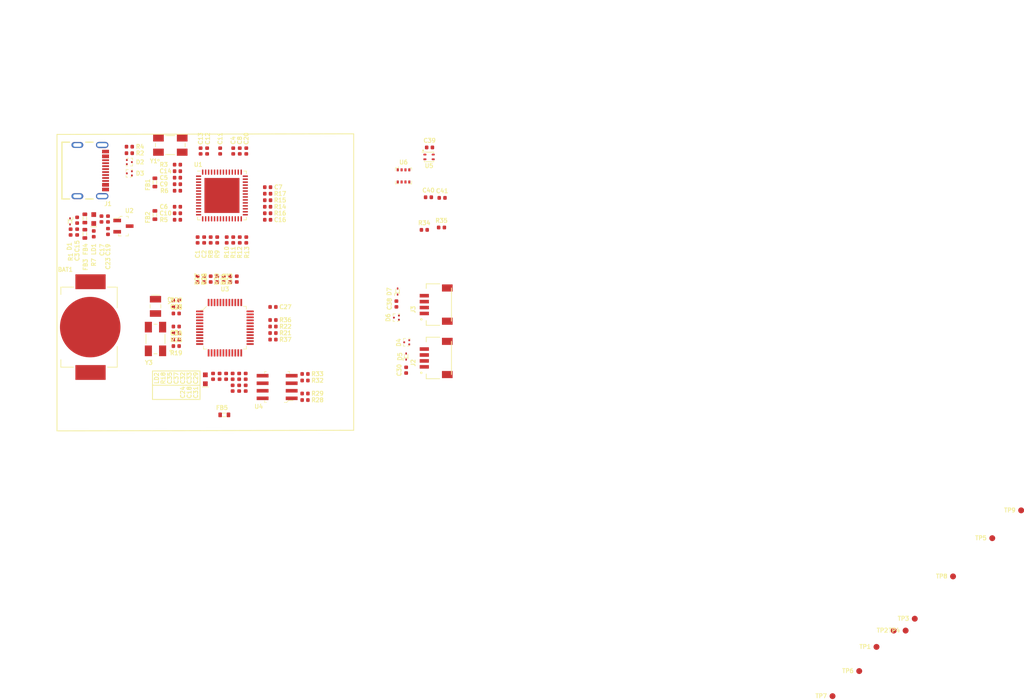
<source format=kicad_pcb>
(kicad_pcb (version 20211014) (generator pcbnew)
  (layers (0 "F.Cu" signal) (1 "In1.Cu" signal) (2 "In2.Cu" signal) (31 "B.Cu" signal) (34 "B.Paste" user) (35 "F.Paste" user) (36 "B.SilkS" user "B.Silkscreen") (37 "F.SilkS" user "F.Silkscreen") (38 "B.Mask" user) (39 "F.Mask" user) (44 "Edge.Cuts" user))
  (net 0 "")
  (net 1 "GND")
  (net 2 "Net-(BAT1-PadP)")
  (net 3 "+3V3")
  (net 4 "GNDREF")
  (net 5 "/FTDI_VPHY")
  (net 6 "/FTDI_VPLL")
  (net 7 "Net-(C12-Pad2)")
  (net 8 "/FTDI_+1V8")
  (net 9 "Net-(C14-Pad2)")
  (net 10 "/VBUS")
  (net 11 "Net-(C17-Pad1)")
  (net 12 "Net-(C26-Pad2)")
  (net 13 "Net-(C28-Pad2)")
  (net 14 "Net-(C32-Pad2)")
  (net 15 "Net-(C34-Pad2)")
  (net 16 "Net-(C35-Pad2)")
  (net 17 "Net-(C36-Pad2)")
  (net 18 "/USB_CC1")
  (net 19 "/USB_CC2")
  (net 20 "/USB_D_P")
  (net 21 "/USB_D_N")
  (net 22 "I2C_1_SCL")
  (net 23 "I2C_1_SDA")
  (net 28 "Net-(LD1-Pad2)")
  (net 29 "Net-(LD2-Pad2)")
  (net 30 "/LD2")
  (net 31 "Net-(R5-Pad2)")
  (net 32 "Net-(R6-Pad2)")
  (net 33 "Net-(R8-Pad1)")
  (net 34 "JTRST")
  (net 35 "Net-(R9-Pad1)")
  (net 36 "NRST")
  (net 37 "Net-(R10-Pad1)")
  (net 38 "/FTDI_SDA_OUT")
  (net 39 "/FTDI_SDA_IN")
  (net 40 "Net-(R13-Pad1)")
  (net 41 "/FRAM_WP")
  (net 42 "Net-(R14-Pad1)")
  (net 43 "LPUART_1_STM_RX")
  (net 44 "Net-(R15-Pad1)")
  (net 45 "LPUART_1_STM_TX")
  (net 46 "Net-(R21-Pad1)")
  (net 47 "Net-(R22-Pad1)")
  (net 48 "JTDI")
  (net 49 "Net-(R23-Pad2)")
  (net 50 "Net-(R26-Pad1)")
  (net 51 "Net-(R27-Pad1)")
  (net 52 "Net-(R28-Pad1)")
  (net 53 "Net-(R32-Pad1)")
  (net 54 "Net-(R34-Pad1)")
  (net 55 "Net-(TP2-Pad1)")
  (net 56 "Net-(TP3-Pad1)")
  (net 58 "SWCLK-JTCK")
  (net 59 "JTDO")
  (net 60 "SWDIO-JTMS")
  (net 77 "/FTDI_USER_PB")
  (footprint "antmicro-footprints:SMD-2_3.2x1.5mm" (layer "F.Cu") (at 39.6 42 -90)
    (fp_text reference "Y2" (at -1 -2.53 90) (layer "F.SilkS") (effects (font (size 0.7 0.7))))
    (fp_text value "ECS-_327-12_5-34B-TR")
    (pad "1" smd rect locked (at -1.205 0 270) (size 1.1 1.9) (layers "F.Cu" "F.Paste" "F.Mask") (net 12 "Net-(C26-Pad2)"))
    (pad "2" smd rect locked (at 1.205 0 270) (size 1.1 1.9) (layers "F.Cu" "F.Paste" "F.Mask") (net 13 "Net-(C28-Pad2)"))
  )
  (footprint "antmicro-footprints:SOIC-8_W3.9mm" (layer "F.Cu") (at 60.1 55.6 90)
    (fp_text reference "U4" (at -3.3 -3.1 180) (layer "F.SilkS") (effects (font (size 0.7 0.7))))
    (fp_text value "MB85RC1MTPNF-G")
    (pad "1" smd rect locked (at -1.905 2.45 90) (size 0.6 2) (layers "F.Cu" "F.Paste" "F.Mask"))
    (pad "2" smd rect locked (at -0.635 2.45 90) (size 0.6 2) (layers "F.Cu" "F.Paste" "F.Mask") (net 52 "Net-(R28-Pad1)"))
    (pad "3" smd rect locked (at 0.635 2.45 90) (size 0.6 2) (layers "F.Cu" "F.Paste" "F.Mask") (net 53 "Net-(R32-Pad1)"))
    (pad "4" smd rect locked (at 1.905 2.45 90) (size 0.6 2) (layers "F.Cu" "F.Paste" "F.Mask") (net 1 "GND"))
    (pad "5" smd rect locked (at 1.905 -2.45 90) (size 0.6 2) (layers "F.Cu" "F.Paste" "F.Mask") (net 23 "I2C_1_SDA"))
    (pad "6" smd rect locked (at 0.635 -2.45 90) (size 0.6 2) (layers "F.Cu" "F.Paste" "F.Mask") (net 22 "I2C_1_SCL"))
    (pad "7" smd rect locked (at -0.635 -2.45 90) (size 0.6 2) (layers "F.Cu" "F.Paste" "F.Mask") (net 41 "/FRAM_WP"))
    (pad "8" smd rect locked (at -1.905 -2.45 90) (size 0.6 2) (layers "F.Cu" "F.Paste" "F.Mask") (net 3 "+3V3"))
  )
  (footprint "antmicro-footprints:0402-cap" (layer "F.Cu") (at 43.3 26.3 180)
    (fp_text reference "C10" (at 2 0) (layer "F.SilkS") (effects (font (size 0.7 0.7))))
    (fp_text value "C_100n_0402")
    (pad "1" smd roundrect (at -0.485 0 180) (size 0.59 0.64) (layers "F.Cu" "F.Paste" "F.Mask") (net 6 "/FTDI_VPLL"))
    (pad "2" smd roundrect (at 0.485 0 180) (size 0.59 0.64) (layers "F.Cu" "F.Paste" "F.Mask") (net 1 "GND"))
  )
  (footprint "antmicro-footprints:0402-cap" (layer "F.Cu") (at 31.595 27.27 -90)
    (fp_text reference "C19" (at 5.2 0 90) (layer "F.SilkS") (effects (font (size 0.7 0.7))))
    (fp_text value "C_100n_0402")
    (pad "1" smd roundrect (at -0.485 0 270) (size 0.59 0.64) (layers "F.Cu" "F.Paste" "F.Mask") (net 11 "Net-(C17-Pad1)"))
    (pad "2" smd roundrect (at 0.485 0 270) (size 0.59 0.64) (layers "F.Cu" "F.Paste" "F.Mask") (net 1 "GND"))
  )
  (footprint "antmicro-footprints:GCT_USB4105-GF-A" (layer "F.Cu") (at 26.435 19.1 -90)
    (fp_text reference "J1" (at 5.6 -5.165 180) (layer "F.SilkS") (effects (font (size 0.7 0.7))))
    (fp_text value "USB4105-GF-A")
    (pad "" np_thru_hole circle locked (at -2.89 -3.68 270) (size 0.65 0.65) (drill 0.65) (layers *.Cu *.Mask))
    (pad "" np_thru_hole circle locked (at 2.89 -3.68 270) (size 0.65 0.65) (drill 0.65) (layers *.Cu *.Mask))
    (pad "A1" smd rect locked (at -3.2 -4.755 270) (size 0.6 1.15) (layers "F.Cu" "F.Paste" "F.Mask") (net 1 "GND"))
    (pad "A4" smd rect locked (at -2.4 -4.755 270) (size 0.6 1.15) (layers "F.Cu" "F.Paste" "F.Mask") (net 10 "/VBUS"))
    (pad "A5" smd rect locked (at -1.25 -4.755 270) (size 0.3 1.15) (layers "F.Cu" "F.Paste" "F.Mask") (net 18 "/USB_CC1"))
    (pad "A6" smd rect locked (at -0.25 -4.755 270) (size 0.3 1.15) (layers "F.Cu" "F.Paste" "F.Mask") (net 20 "/USB_D_P"))
    (pad "A7" smd rect locked (at 0.25 -4.755 270) (size 0.3 1.15) (layers "F.Cu" "F.Paste" "F.Mask") (net 21 "/USB_D_N"))
    (pad "A8" smd rect locked (at 1.25 -4.755 270) (size 0.3 1.15) (layers "F.Cu" "F.Paste" "F.Mask"))
    (pad "A9" smd rect locked (at 2.4 -4.755 270) (size 0.6 1.15) (layers "F.Cu" "F.Paste" "F.Mask") (net 10 "/VBUS"))
    (pad "A12" smd rect locked (at 3.2 -4.755 270) (size 0.6 1.15) (layers "F.Cu" "F.Paste" "F.Mask") (net 1 "GND"))
    (pad "B1" smd rect locked (at 3.2 -4.755 270) (size 0.6 1.15) (layers "F.Cu" "F.Paste" "F.Mask") (net 1 "GND"))
    (pad "B4" smd rect locked (at 2.4 -4.755 270) (size 0.6 1.15) (layers "F.Cu" "F.Paste" "F.Mask") (net 10 "/VBUS"))
    (pad "B5" smd rect locked (at 1.75 -4.755 270) (size 0.3 1.15) (layers "F.Cu" "F.Paste" "F.Mask") (net 19 "/USB_CC2"))
    (pad "B6" smd rect locked (at 0.75 -4.755 270) (size 0.3 1.15) (layers "F.Cu" "F.Paste" "F.Mask") (net 20 "/USB_D_P"))
    (pad "B7" smd rect locked (at -0.75 -4.755 270) (size 0.3 1.15) (layers "F.Cu" "F.Paste" "F.Mask") (net 21 "/USB_D_N"))
    (pad "B8" smd rect locked (at -1.75 -4.755 270) (size 0.3 1.15) (layers "F.Cu" "F.Paste" "F.Mask"))
    (pad "B9" smd rect locked (at -2.4 -4.755 270) (size 0.6 1.15) (layers "F.Cu" "F.Paste" "F.Mask") (net 10 "/VBUS"))
    (pad "B12" smd rect locked (at -3.2 -4.755 270) (size 0.6 1.15) (layers "F.Cu" "F.Paste" "F.Mask") (net 1 "GND"))
    (pad "S1" thru_hole oval locked (at 4.32 -4.18 270) (size 1.05 2.1) (drill oval 0.6 1.7) (layers *.Cu *.Mask) (net 4 "GNDREF"))
    (pad "S1" thru_hole oval locked (at -4.32 -4.18 270) (size 1.05 2.1) (drill oval 0.6 1.7) (layers *.Cu *.Mask) (net 4 "GNDREF"))
    (pad "S1" thru_hole oval locked (at 4.32 0 270) (size 1 2) (drill oval 0.6 1.4) (layers *.Cu *.Mask) (net 4 "GNDREF"))
    (pad "S1" thru_hole oval locked (at -4.32 0 270) (size 1 2) (drill oval 0.6 1.4) (layers *.Cu *.Mask) (net 4 "GNDREF"))
  )
  (footprint "antmicro-footprints:0402-cap" (layer "F.Cu") (at 58.5 21.9)
    (fp_text reference "C7" (at 1.8 0) (layer "F.SilkS") (effects (font (size 0.7 0.7))))
    (fp_text value "C_100n_0402")
    (pad "1" smd roundrect (at -0.485 0) (size 0.59 0.64) (layers "F.Cu" "F.Paste" "F.Mask") (net 3 "+3V3"))
    (pad "2" smd roundrect (at 0.485 0) (size 0.59 0.64) (layers "F.Cu" "F.Paste" "F.Mask") (net 1 "GND"))
  )
  (footprint "antmicro-footprints:0402-res" (layer "F.Cu") (at 35.195 15.07 180)
    (fp_text reference "R4" (at -1.8 0) (layer "F.SilkS") (effects (font (size 0.7 0.7))))
    (fp_text value "R_5k1_0402")
    (pad "1" smd roundrect locked (at -0.485 0 180) (size 0.59 0.64) (layers "F.Cu" "F.Paste" "F.Mask") (net 1 "GND"))
    (pad "2" smd roundrect locked (at 0.485 0 180) (size 0.59 0.64) (layers "F.Cu" "F.Paste" "F.Mask") (net 19 "/USB_CC2"))
  )
  (footprint "antmicro-footprints:0402-cap" (layer "F.Cu") (at 43.3 20.3 180)
    (fp_text reference "C5" (at 2.3 0) (layer "F.SilkS") (effects (font (size 0.7 0.7))))
    (fp_text value "C_4u7_0402")
    (pad "1" smd roundrect (at -0.485 0 180) (size 0.59 0.64) (layers "F.Cu" "F.Paste" "F.Mask") (net 5 "/FTDI_VPHY"))
    (pad "2" smd roundrect (at 0.485 0 180) (size 0.59 0.64) (layers "F.Cu" "F.Paste" "F.Mask") (net 1 "GND"))
  )
  (footprint "antmicro-footprints:Testpoint_smd_1mm" (layer "F.Cu") (at 153.695 107.735)
    (fp_text reference "TP7" (at -1.91 -0.0292) (layer "F.SilkS") (effects (font (size 0.7 0.7))))
    (fp_text value "TP_SMD1MM" hide)
    (pad "1" smd circle (at 0 0) (size 1 1) (layers "F.Cu" "F.Mask") (net 1 "GND"))
  )
  (footprint "antmicro-footprints:QFN-56-1EP_8x8mm_P0.5mm_EP5.5.9x5.9mm" (layer "F.Cu") (at 50.8 23.3)
    (fp_text reference "U1" (at -4 -5.2) (layer "F.SilkS") (effects (font (size 0.7 0.7))))
    (fp_text value "FT4232H-56Q")
    (pad "1" smd roundrect locked (at -3.9375 -3.25) (size 0.875 0.25) (layers "F.Cu" "F.Paste" "F.Mask"))
    (pad "2" smd roundrect locked (at -3.9375 -2.75) (size 0.875 0.25) (layers "F.Cu" "F.Paste" "F.Mask") (net 8 "/FTDI_+1V8"))
    (pad "3" smd roundrect locked (at -3.9375 -2.25) (size 0.875 0.25) (layers "F.Cu" "F.Paste" "F.Mask") (net 7 "Net-(C12-Pad2)"))
    (pad "4" smd roundrect locked (at -3.9375 -1.75) (size 0.875 0.25) (layers "F.Cu" "F.Paste" "F.Mask") (net 9 "Net-(C14-Pad2)"))
    (pad "5" smd roundrect locked (at -3.9375 -1.25) (size 0.875 0.25) (layers "F.Cu" "F.Paste" "F.Mask") (net 5 "/FTDI_VPHY"))
    (pad "6" smd roundrect locked (at -3.9375 -0.75) (size 0.875 0.25) (layers "F.Cu" "F.Paste" "F.Mask") (net 32 "Net-(R6-Pad2)"))
    (pad "7" smd roundrect locked (at -3.9375 -0.25) (size 0.875 0.25) (layers "F.Cu" "F.Paste" "F.Mask") (net 21 "/USB_D_N"))
    (pad "8" smd roundrect locked (at -3.9375 0.25) (size 0.875 0.25) (layers "F.Cu" "F.Paste" "F.Mask") (net 20 "/USB_D_P"))
    (pad "9" smd roundrect locked (at -3.9375 0.75) (size 0.875 0.25) (layers "F.Cu" "F.Paste" "F.Mask") (net 6 "/FTDI_VPLL"))
    (pad "10" smd roundrect locked (at -3.9375 1.25) (size 0.875 0.25) (layers "F.Cu" "F.Paste" "F.Mask") (net 1 "GND"))
    (pad "11" smd roundrect locked (at -3.9375 1.75) (size 0.875 0.25) (layers "F.Cu" "F.Paste" "F.Mask") (net 31 "Net-(R5-Pad2)"))
    (pad "12" smd roundrect locked (at -3.9375 2.25) (size 0.875 0.25) (layers "F.Cu" "F.Paste" "F.Mask") (net 58 "SWCLK-JTCK"))
    (pad "13" smd roundrect locked (at -3.9375 2.75) (size 0.875 0.25) (layers "F.Cu" "F.Paste" "F.Mask") (net 48 "JTDI"))
    (pad "14" smd roundrect locked (at -3.9375 3.25) (size 0.875 0.25) (layers "F.Cu" "F.Paste" "F.Mask") (net 59 "JTDO"))
    (pad "15" smd roundrect locked (at -3.25 3.9375) (size 0.25 0.875) (layers "F.Cu" "F.Paste" "F.Mask") (net 60 "SWDIO-JTMS"))
    (pad "16" smd roundrect locked (at -2.75 3.9375) (size 0.25 0.875) (layers "F.Cu" "F.Paste" "F.Mask") (net 3 "+3V3"))
    (pad "17" smd roundrect locked (at -2.25 3.9375) (size 0.25 0.875) (layers "F.Cu" "F.Paste" "F.Mask") (net 33 "Net-(R8-Pad1)"))
    (pad "18" smd roundrect locked (at -1.75 3.9375) (size 0.25 0.875) (layers "F.Cu" "F.Paste" "F.Mask") (net 35 "Net-(R9-Pad1)"))
    (pad "19" smd roundrect locked (at -1.25 3.9375) (size 0.25 0.875) (layers "F.Cu" "F.Paste" "F.Mask"))
    (pad "20" smd roundrect locked (at -0.75 3.9375) (size 0.25 0.875) (layers "F.Cu" "F.Paste" "F.Mask"))
    (pad "21" smd roundrect locked (at -0.25 3.9375) (size 0.25 0.875) (layers "F.Cu" "F.Paste" "F.Mask") (net 1 "GND"))
    (pad "22" smd roundrect locked (at 0.25 3.9375) (size 0.25 0.875) (layers "F.Cu" "F.Paste" "F.Mask") (net 37 "Net-(R10-Pad1)"))
    (pad "23" smd roundrect locked (at 0.75 3.9375) (size 0.25 0.875) (layers "F.Cu" "F.Paste" "F.Mask") (net 38 "/FTDI_SDA_OUT"))
    (pad "24" smd roundrect locked (at 1.25 3.9375) (size 0.25 0.875) (layers "F.Cu" "F.Paste" "F.Mask") (net 39 "/FTDI_SDA_IN"))
    (pad "25" smd roundrect locked (at 1.75 3.9375) (size 0.25 0.875) (layers "F.Cu" "F.Paste" "F.Mask"))
    (pad "26" smd roundrect locked (at 2.25 3.9375) (size 0.25 0.875) (layers "F.Cu" "F.Paste" "F.Mask") (net 40 "Net-(R13-Pad1)"))
    (pad "27" smd roundrect locked (at 2.75 3.9375) (size 0.25 0.875) (layers "F.Cu" "F.Paste" "F.Mask"))
    (pad "28" smd roundrect locked (at 3.25 3.9375) (size 0.25 0.875) (layers "F.Cu" "F.Paste" "F.Mask"))
    (pad "29" smd roundrect locked (at 3.9375 3.25) (size 0.875 0.25) (layers "F.Cu" "F.Paste" "F.Mask"))
    (pad "30" smd roundrect locked (at 3.9375 2.75) (size 0.875 0.25) (layers "F.Cu" "F.Paste" "F.Mask") (net 55 "Net-(TP2-Pad1)"))
    (pad "31" smd roundrect locked (at 3.9375 2.25) (size 0.875 0.25) (layers "F.Cu" "F.Paste" "F.Mask") (net 8 "/FTDI_+1V8"))
    (pad "32" smd roundrect locked (at 3.9375 1.75) (size 0.875 0.25) (layers "F.Cu" "F.Paste" "F.Mask") (net 42 "Net-(R14-Pad1)"))
    (pad "33" smd roundrect locked (at 3.9375 1.25) (size 0.875 0.25) (layers "F.Cu" "F.Paste" "F.Mask") (net 44 "Net-(R15-Pad1)"))
    (pad "34" smd roundrect locked (at 3.9375 0.75) (size 0.875 0.25) (layers "F.Cu" "F.Paste" "F.Mask"))
    (pad "35" smd roundrect locked (at 3.9375 0.25) (size 0.875 0.25) (layers "F.Cu" "F.Paste" "F.Mask"))
    (pad "36" smd roundrect locked (at 3.9375 -0.25) (size 0.875 0.25) (layers "F.Cu" "F.Paste" "F.Mask") (net 3 "+3V3"))
    (pad "37" smd roundrect locked (at 3.9375 -0.75) (size 0.875 0.25) (layers "F.Cu" "F.Paste" "F.Mask"))
    (pad "38" smd roundrect locked (at 3.9375 -1.25) (size 0.875 0.25) (layers "F.Cu" "F.Paste" "F.Mask"))
    (pad "39" smd roundrect locked (at 3.9375 -1.75) (size 0.875 0.25) (layers "F.Cu" "F.Paste" "F.Mask"))
    (pad "40" smd roundrect locked (at 3.9375 -2.25) (size 0.875 0.25) (layers "F.Cu" "F.Paste" "F.Mask"))
    (pad "41" smd roundrect locked (at 3.9375 -2.75) (size 0.875 0.25) (layers "F.Cu" "F.Paste" "F.Mask") (net 1 "GND"))
    (pad "42" smd roundrect locked (at 3.9375 -3.25) (size 0.875 0.25) (layers "F.Cu" "F.Paste" "F.Mask"))
    (pad "43" smd roundrect locked (at 3.25 -3.9375) (size 0.25 0.875) (layers "F.Cu" "F.Paste" "F.Mask") (net 8 "/FTDI_+1V8"))
    (pad "44" smd roundrect locked (at 2.75 -3.9375) (size 0.25 0.875) (layers "F.Cu" "F.Paste" "F.Mask") (net 3 "+3V3"))
    (pad "45" smd roundrect locked (at 2.25 -3.9375) (size 0.25 0.875) (layers "F.Cu" "F.Paste" "F.Mask") (net 1 "GND"))
    (pad "46" smd roundrect locked (at 1.75 -3.9375) (size 0.25 0.875) (layers "F.Cu" "F.Paste" "F.Mask"))
    (pad "47" smd roundrect locked (at 1.25 -3.9375) (size 0.25 0.875) (layers "F.Cu" "F.Paste" "F.Mask"))
    (pad "48" smd roundrect locked (at 0.75 -3.9375) (size 0.25 0.875) (layers "F.Cu" "F.Paste" "F.Mask"))
    (pad "49" smd roundrect locked (at 0.25 -3.9375) (size 0.25 0.875) (layers "F.Cu" "F.Paste" "F.Mask") (net 77 "/FTDI_USER_PB"))
    (pad "50" smd roundrect locked (at -0.25 -3.9375) (size 0.25 0.875) (layers "F.Cu" "F.Paste" "F.Mask") (net 3 "+3V3"))
    (pad "51" smd roundrect locked (at -0.75 -3.9375) (size 0.25 0.875) (layers "F.Cu" "F.Paste" "F.Mask"))
    (pad "52" smd roundrect locked (at -1.25 -3.9375) (size 0.25 0.875) (layers "F.Cu" "F.Paste" "F.Mask"))
    (pad "53" smd roundrect locked (at -1.75 -3.9375) (size 0.25 0.875) (layers "F.Cu" "F.Paste" "F.Mask"))
    (pad "54" smd roundrect locked (at -2.25 -3.9375) (size 0.25 0.875) (layers "F.Cu" "F.Paste" "F.Mask") (net 56 "Net-(TP3-Pad1)"))
    (pad "55" smd roundrect locked (at -2.75 -3.9375) (size 0.25 0.875) (layers "F.Cu" "F.Paste" "F.Mask"))
    (pad "56" smd roundrect locked (at -3.25 -3.9375) (size 0.25 0.875) (layers "F.Cu" "F.Paste" "F.Mask"))
    (pad "57" smd rect locked (at 0 0) (size 5.9 5.9) (layers "F.Cu" "F.Mask") (net 1 "GND"))
  )
  (footprint "antmicro-footprints:SM04B-SRSS-TB-LF-SN" (layer "F.Cu") (at 84.9 50.7 90)
    (fp_text reference "J2" (at -0.825 -1.875 90) (layer "F.SilkS") (effects (font (size 0.7 0.7))))
    (fp_text value "SM04B-SRSS-TB-LF-SN")
    (pad "1" smd rect (at -1.5 0 270) (size 0.6 1.55) (layers "F.Cu" "F.Paste" "F.Mask") (net 1 "GND"))
    (pad "2" smd rect (at -0.5 0 270) (size 0.6 1.55) (layers "F.Cu" "F.Paste" "F.Mask") (net 3 "+3V3"))
    (pad "3" smd rect (at 0.5 0 270) (size 0.6 1.55) (layers "F.Cu" "F.Paste" "F.Mask") (net 23 "I2C_1_SDA"))
    (pad "4" smd rect (at 1.5 0 270) (size 0.6 1.55) (layers "F.Cu" "F.Paste" "F.Mask") (net 22 "I2C_1_SCL"))
    (pad "S1" smd rect (at -2.8 3.875 90) (size 1.2 1.8) (layers "F.Cu" "F.Paste" "F.Mask"))
    (pad "S2" smd rect (at 2.8 3.875 90) (size 1.2 1.8) (layers "F.Cu" "F.Paste" "F.Mask"))
  )
  (footprint "antmicro-footprints:SM04B-SRSS-TB-LF-SN" (layer "F.Cu") (at 84.9 41.7 90)
    (fp_text reference "J3" (at -0.825 -1.875 90) (layer "F.SilkS") (effects (font (size 0.7 0.7))))
    (fp_text value "SM04B-SRSS-TB-LF-SN")
    (pad "1" smd rect (at -1.5 0 270) (size 0.6 1.55) (layers "F.Cu" "F.Paste" "F.Mask") (net 1 "GND"))
    (pad "2" smd rect (at -0.5 0 270) (size 0.6 1.55) (layers "F.Cu" "F.Paste" "F.Mask") (net 3 "+3V3"))
    (pad "3" smd rect (at 0.5 0 270) (size 0.6 1.55) (layers "F.Cu" "F.Paste" "F.Mask") (net 23 "I2C_1_SDA"))
    (pad "4" smd rect (at 1.5 0 270) (size 0.6 1.55) (layers "F.Cu" "F.Paste" "F.Mask") (net 22 "I2C_1_SCL"))
    (pad "S1" smd rect (at -2.8 3.875 90) (size 1.2 1.8) (layers "F.Cu" "F.Paste" "F.Mask"))
    (pad "S2" smd rect (at 2.8 3.875 90) (size 1.2 1.8) (layers "F.Cu" "F.Paste" "F.Mask"))
  )
  (footprint "antmicro-footprints:0402-res" (layer "F.Cu") (at 59.4 47.6 180)
    (fp_text reference "R37" (at -2.1 0) (layer "F.SilkS") (effects (font (size 0.7 0.7))))
    (fp_text value "R_5k1_0402")
    (pad "1" smd roundrect locked (at -0.485 0 180) (size 0.59 0.64) (layers "F.Cu" "F.Paste" "F.Mask") (net 23 "I2C_1_SDA"))
    (pad "2" smd roundrect locked (at 0.485 0 180) (size 0.59 0.64) (layers "F.Cu" "F.Paste" "F.Mask") (net 3 "+3V3"))
  )
  (footprint "antmicro-footprints:0402-cap" (layer "F.Cu") (at 30.495 27.27 -90)
    (fp_text reference "C17" (at 5.2 -0.1 90) (layer "F.SilkS") (effects (font (size 0.7 0.7))))
    (fp_text value "C_2u2_0402")
    (pad "1" smd roundrect (at -0.485 0 270) (size 0.59 0.64) (layers "F.Cu" "F.Paste" "F.Mask") (net 11 "Net-(C17-Pad1)"))
    (pad "2" smd roundrect (at 0.485 0 270) (size 0.59 0.64) (layers "F.Cu" "F.Paste" "F.Mask") (net 1 "GND"))
  )
  (footprint "antmicro-footprints:SOT-723" (layer "F.Cu") (at 35.195 19.57 90)
    (fp_text reference "D3" (at 0 1.8 180) (layer "F.SilkS") (effects (font (size 0.7 0.7))))
    (fp_text value "TPD2E009")
    (pad "1" smd rect (at -0.35 0.425 90) (size 0.3 0.3) (layers "F.Cu" "F.Paste" "F.Mask") (net 20 "/USB_D_P"))
    (pad "2" smd rect (at 0.35 0.425 90) (size 0.3 0.3) (layers "F.Cu" "F.Paste" "F.Mask") (net 21 "/USB_D_N"))
    (pad "3" smd rect (at 0 -0.425 90) (size 0.3 0.3) (layers "F.Cu" "F.Paste" "F.Mask") (net 1 "GND"))
  )
  (footprint "antmicro-footprints:0402-res" (layer "F.Cu") (at 53.3 37.4 90)
    (fp_text reference "R23" (at 0 -1.17 90) (layer "F.SilkS") (effects (font (size 0.7 0.7))))
    (fp_text value "R_0R_0402")
    (pad "1" smd roundrect locked (at -0.485 0 90) (size 0.59 0.64) (layers "F.Cu" "F.Paste" "F.Mask") (net 48 "JTDI"))
    (pad "2" smd roundrect locked (at 0.485 0 90) (size 0.59 0.64) (layers "F.Cu" "F.Paste" "F.Mask") (net 49 "Net-(R23-Pad2)"))
  )
  (footprint "antmicro-footprints:0402-res" (layer "F.Cu") (at 49.3 53.8 90)
    (fp_text reference "R18" (at -0.3 -8.4 90) (layer "F.SilkS") (effects (font (size 0.7 0.7))))
    (fp_text value "R_470R_0402")
    (pad "1" smd roundrect locked (at -0.485 0 90) (size 0.59 0.64) (layers "F.Cu" "F.Paste" "F.Mask") (net 1 "GND"))
    (pad "2" smd roundrect locked (at 0.485 0 90) (size 0.59 0.64) (layers "F.Cu" "F.Paste" "F.Mask") (net 29 "Net-(LD2-Pad2)"))
  )
  (footprint "antmicro-footprints:0402-res" (layer "F.Cu") (at 43.3 22.5)
    (fp_text reference "R6" (at -2.2 0) (layer "F.SilkS") (effects (font (size 0.7 0.7))))
    (fp_text value "R_12k_0402")
    (pad "1" smd roundrect locked (at -0.485 0) (size 0.59 0.64) (layers "F.Cu" "F.Paste" "F.Mask") (net 1 "GND"))
    (pad "2" smd roundrect locked (at 0.485 0) (size 0.59 0.64) (layers "F.Cu" "F.Paste" "F.Mask") (net 32 "Net-(R6-Pad2)"))
  )
  (footprint "antmicro-footprints:0402-res" (layer "F.Cu") (at 43.1 43.2)
    (fp_text reference "C28" (at 0 -1.17) (layer "F.SilkS") (effects (font (size 0.7 0.7))))
    (fp_text value "C_16p_0402")
    (pad "1" smd roundrect locked (at -0.485 0) (size 0.59 0.64) (layers "F.Cu" "F.Paste" "F.Mask") (net 1 "GND"))
    (pad "2" smd roundrect locked (at 0.485 0) (size 0.59 0.64) (layers "F.Cu" "F.Paste" "F.Mask") (net 13 "Net-(C28-Pad2)"))
  )
  (footprint "antmicro-footprints:0402-cap" (layer "F.Cu") (at 50.4 53.8 -90)
    (fp_text reference "C37" (at 0.3 7.3 90) (layer "F.SilkS") (effects (font (size 0.7 0.7))))
    (fp_text value "C_2u2_0402")
    (pad "1" smd roundrect (at -0.485 0 270) (size 0.59 0.64) (layers "F.Cu" "F.Paste" "F.Mask") (net 16 "Net-(C35-Pad2)"))
    (pad "2" smd roundrect (at 0.485 0 270) (size 0.59 0.64) (layers "F.Cu" "F.Paste" "F.Mask") (net 1 "GND"))
  )
  (footprint "antmicro-footprints:0402-cap" (layer "F.Cu") (at 43.3 19.2)
    (fp_text reference "C14" (at -2 0) (layer "F.SilkS") (effects (font (size 0.7 0.7))))
    (fp_text value "C_22p_0402")
    (pad "1" smd roundrect (at -0.485 0) (size 0.59 0.64) (layers "F.Cu" "F.Paste" "F.Mask") (net 1 "GND"))
    (pad "2" smd roundrect (at 0.485 0) (size 0.59 0.64) (layers "F.Cu" "F.Paste" "F.Mask") (net 9 "Net-(C14-Pad2)"))
  )
  (footprint "antmicro-footprints:0402-cap" (layer "F.Cu") (at 54.8 55.8 -90)
    (fp_text reference "C31" (at 0.7 8.4 90) (layer "F.SilkS") (effects (font (size 0.7 0.7))))
    (fp_text value "C_100n_0402")
    (pad "1" smd roundrect (at -0.485 0 270) (size 0.59 0.64) (layers "F.Cu" "F.Paste" "F.Mask") (net 1 "GND"))
    (pad "2" smd roundrect (at 0.485 0 270) (size 0.59 0.64) (layers "F.Cu" "F.Paste" "F.Mask") (net 3 "+3V3"))
  )
  (footprint "antmicro-footprints:Testpoint_smd_1mm" (layer "F.Cu") (at 174.005 87.545)
    (fp_text reference "TP8" (at -1.91 -0.0292) (layer "F.SilkS") (effects (font (size 0.7 0.7))))
    (fp_text value "TP_SMD1MM" hide)
    (pad "1" smd circle (at 0 0) (size 1 1) (layers "F.Cu" "F.Mask") (net 23 "I2C_1_SDA"))
  )
  (footprint "antmicro-footprints:0402-res" (layer "F.Cu") (at 43.3 27.4)
    (fp_text reference "R5" (at -2.3 0) (layer "F.SilkS") (effects (font (size 0.7 0.7))))
    (fp_text value "R_1k_0402")
    (pad "1" smd roundrect locked (at -0.485 0) (size 0.59 0.64) (layers "F.Cu" "F.Paste" "F.Mask") (net 3 "+3V3"))
    (pad "2" smd roundrect locked (at 0.485 0) (size 0.59 0.64) (layers "F.Cu" "F.Paste" "F.Mask") (net 31 "Net-(R5-Pad2)"))
  )
  (footprint "antmicro-footprints:Pressure_Sensor_LGA-8_2.5x2.5mm_BME280" (layer "F.Cu") (at 81.4 20)
    (fp_text reference "U6" (at 0 -2.3) (layer "F.SilkS") (effects (font (size 0.7 0.7))))
    (fp_text value "BME280")
    (pad "1" smd rect locked (at -0.975 -1.025) (size 0.35 0.5) (layers "F.Cu" "F.Paste" "F.Mask") (net 1 "GND"))
    (pad "2" smd rect locked (at -0.325 -1.025) (size 0.35 0.5) (layers "F.Cu" "F.Paste" "F.Mask") (net 3 "+3V3"))
    (pad "3" smd rect locked (at 0.325 -1.025) (size 0.35 0.5) (layers "F.Cu" "F.Paste" "F.Mask") (net 23 "I2C_1_SDA"))
    (pad "4" smd rect locked (at 0.975 -1.025) (size 0.35 0.5) (layers "F.Cu" "F.Paste" "F.Mask") (net 22 "I2C_1_SCL"))
    (pad "5" smd rect locked (at 0.975 1.024999) (size 0.35 0.5) (layers "F.Cu" "F.Paste" "F.Mask") (net 54 "Net-(R34-Pad1)"))
    (pad "6" smd rect locked (at 0.325 1.024999) (size 0.35 0.5) (layers "F.Cu" "F.Paste" "F.Mask") (net 3 "+3V3"))
    (pad "7" smd rect locked (at -0.325 1.024999) (size 0.35 0.5) (layers "F.Cu" "F.Paste" "F.Mask") (net 1 "GND"))
    (pad "8" smd rect locked (at -0.975 1.024999) (size 0.35 0.5) (layers "F.Cu" "F.Paste" "F.Mask") (net 3 "+3V3"))
  )
  (footprint "antmicro-footprints:0402-res" (layer "F.Cu") (at 29.195 29.77 90)
    (fp_text reference "R7" (at -4.8 0 90) (layer "F.SilkS") (effects (font (size 0.7 0.7))))
    (fp_text value "R_470R_0402")
    (pad "1" smd roundrect locked (at -0.485 0 90) (size 0.59 0.64) (layers "F.Cu" "F.Paste" "F.Mask") (net 1 "GND"))
    (pad "2" smd roundrect locked (at 0.485 0 90) (size 0.59 0.64) (layers "F.Cu" "F.Paste" "F.Mask") (net 28 "Net-(LD1-Pad2)"))
  )
  (footprint "antmicro-footprints:0402-res" (layer "F.Cu") (at 54.9 30.8 -90)
    (fp_text reference "R13" (at 2.1 -0.1 90) (layer "F.SilkS") (effects (font (size 0.7 0.7))))
    (fp_text value "R_0R_0402")
    (pad "1" smd roundrect locked (at -0.485 0 270) (size 0.59 0.64) (layers "F.Cu" "F.Paste" "F.Mask") (net 40 "Net-(R13-Pad1)"))
    (pad "2" smd roundrect locked (at 0.485 0 270) (size 0.59 0.64) (layers "F.Cu" "F.Paste" "F.Mask") (net 41 "/FRAM_WP"))
  )
  (footprint "antmicro-footprints:0402-res" (layer "F.Cu") (at 52.2 37.4 90)
    (fp_text reference "R24" (at 0 -1.17 90) (layer "F.SilkS") (effects (font (size 0.7 0.7))))
    (fp_text value "R_100R_0402")
    (pad "1" smd roundrect locked (at -0.485 0 90) (size 0.59 0.64) (layers "F.Cu" "F.Paste" "F.Mask") (net 49 "Net-(R23-Pad2)"))
    (pad "2" smd roundrect locked (at 0.485 0 90) (size 0.59 0.64) (layers "F.Cu" "F.Paste" "F.Mask") (net 22 "I2C_1_SCL"))
  )
  (footprint "antmicro-footprints:0402-res" (layer "F.Cu") (at 59.4 46.5)
    (fp_text reference "R21" (at 2.1 0) (layer "F.SilkS") (effects (font (size 0.7 0.7))))
    (fp_text value "R_100R_0402")
    (pad "1" smd roundrect locked (at -0.485 0) (size 0.59 0.64) (layers "F.Cu" "F.Paste" "F.Mask") (net 46 "Net-(R21-Pad1)"))
    (pad "2" smd roundrect locked (at 0.485 0) (size 0.59 0.64) (layers "F.Cu" "F.Paste" "F.Mask") (net 23 "I2C_1_SDA"))
  )
  (footprint "antmicro-footprints:0402-cap" (layer "F.Cu") (at 53.8 15.8 90)
    (fp_text reference "C8" (at 1.8 0 90) (layer "F.SilkS") (effects (font (size 0.7 0.7))))
    (fp_text value "C_100n_0402")
    (pad "1" smd roundrect (at -0.485 0 90) (size 0.59 0.64) (layers "F.Cu" "F.Paste" "F.Mask") (net 3 "+3V3"))
    (pad "2" smd roundrect (at 0.485 0 90) (size 0.59 0.64) (layers "F.Cu" "F.Paste" "F.Mask") (net 1 "GND"))
  )
  (footprint "antmicro-footprints:0402-res" (layer "F.Cu") (at 58.5 24.1)
    (fp_text reference "R15" (at 2.1 0) (layer "F.SilkS") (effects (font (size 0.7 0.7))))
    (fp_text value "R_0R_0402")
    (pad "1" smd roundrect locked (at -0.485 0) (size 0.59 0.64) (layers "F.Cu" "F.Paste" "F.Mask") (net 44 "Net-(R15-Pad1)"))
    (pad "2" smd roundrect locked (at 0.485 0) (size 0.59 0.64) (layers "F.Cu" "F.Paste" "F.Mask") (net 45 "LPUART_1_STM_TX"))
  )
  (footprint "antmicro-footprints:0402-cap" (layer "F.Cu") (at 52.6 55.8 90)
    (fp_text reference "C24" (at -0.7 -8.4 90) (layer "F.SilkS") (effects (font (size 0.7 0.7))))
    (fp_text value "C_2u2_0402")
    (pad "1" smd roundrect (at -0.485 0 90) (size 0.59 0.64) (layers "F.Cu" "F.Paste" "F.Mask") (net 3 "+3V3"))
    (pad "2" smd roundrect (at 0.485 0 90) (size 0.59 0.64) (layers "F.Cu" "F.Paste" "F.Mask") (net 1 "GND"))
  )
  (footprint "antmicro-footprints:0603-res" (layer "F.Cu") (at 39.5 21.1 90)
    (fp_text reference "FB1" (at -0.4 -1.2 90) (layer "F.SilkS") (effects (font (size 0.7 0.7))))
    (fp_text value "BLM18PG121SN1D")
    (pad "1" smd roundrect (at -0.7 0 90) (size 0.6 0.8) (layers "F.Cu" "F.Paste" "F.Mask") (roundrect_rratio 0.2) (net 3 "+3V3"))
    (pad "2" smd roundrect (at 0.7 0 90) (size 0.6 0.8) (layers "F.Cu" "F.Paste" "F.Mask") (roundrect_rratio 0.2) (net 5 "/FTDI_VPHY"))
  )
  (footprint "antmicro-footprints:Sensirion_DFN-4-1.5x1.5x0.5mm_P0.8mm" (layer "F.Cu") (at 85.7 16.8)
    (fp_text reference "U5" (at 0 1.5 unlocked) (layer "F.SilkS") (effects (font (size 0.7 0.7))))
    (fp_text value "SHT45")
    (pad "1" smd roundrect (at -0.7 -0.4) (size 0.5 0.3) (layers "F.Cu" "F.Paste" "F.Mask") (net 23 "I2C_1_SDA"))
    (pad "2" smd roundrect (at -0.7 0.4) (size 0.5 0.3) (layers "F.Cu" "F.Paste" "F.Mask") (net 22 "I2C_1_SCL"))
    (pad "3" smd roundrect (at 0.7 0.4) (size 0.5 0.3) (layers "F.Cu" "F.Paste" "F.Mask") (net 3 "+3V3"))
    (pad "4" smd roundrect (at 0.7 -0.4) (size 0.5 0.3) (layers "F.Cu" "F.Paste" "F.Mask") (net 1 "GND"))
  )
  (footprint "antmicro-footprints:0402-cap" (layer "F.Cu") (at 54.8 53.8 90)
    (fp_text reference "C29" (at -0.3 -8.4 90) (layer "F.SilkS") (effects (font (size 0.7 0.7))))
    (fp_text value "C_100n_0402")
    (pad "1" smd roundrect (at -0.485 0 90) (size 0.59 0.64) (layers "F.Cu" "F.Paste" "F.Mask") (net 1 "GND"))
    (pad "2" smd roundrect (at 0.485 0 90) (size 0.59 0.64) (layers "F.Cu" "F.Paste" "F.Mask") (net 3 "+3V3"))
  )
  (footprint "antmicro-footprints:0402-res" (layer "F.Cu") (at 43.1 42.1)
    (fp_text reference "R20" (at 0 -1.17) (layer "F.SilkS") (effects (font (size 0.7 0.7))))
    (fp_text value "R_1M0_0402")
    (pad "1" smd roundrect locked (at -0.485 0) (size 0.59 0.64) (layers "F.Cu" "F.Paste" "F.Mask") (net 12 "Net-(C26-Pad2)"))
    (pad "2" smd roundrect locked (at 0.485 0) (size 0.59 0.64) (layers "F.Cu" "F.Paste" "F.Mask") (net 13 "Net-(C28-Pad2)"))
  )
  (footprint "antmicro-footprints:0402-res" (layer "F.Cu") (at 52.7 30.8 -90)
    (fp_text reference "R11" (at 2.1 0 90) (layer "F.SilkS") (effects (font (size 0.7 0.7))))
    (fp_text value "R_0R_0402")
    (pad "1" smd roundrect locked (at -0.485 0 270) (size 0.59 0.64) (layers "F.Cu" "F.Paste" "F.Mask") (net 38 "/FTDI_SDA_OUT"))
    (pad "2" smd roundrect locked (at 0.485 0 270) (size 0.59 0.64) (layers "F.Cu" "F.Paste" "F.Mask") (net 23 "I2C_1_SDA"))
  )
  (footprint "antmicro-footprints:Testpoint_smd_1mm" (layer "F.Cu") (at 185.485 76.405)
    (fp_text reference "TP9" (at -1.91 -0.0292) (layer "F.SilkS") (effects (font (size 0.7 0.7))))
    (fp_text value "TP_SMD1MM" hide)
    (pad "1" smd circle (at 0 0) (size 1 1) (layers "F.Cu" "F.Mask") (net 22 "I2C_1_SCL"))
  )
  (footprint "antmicro-footprints:0402-cap" (layer "F.Cu") (at 31.595 29.37 90)
    (fp_text reference "C23" (at -5.4 0 90) (layer "F.SilkS") (effects (font (size 0.7 0.7))))
    (fp_text value "C_4u7_0402")
    (pad "1" smd roundrect (at -0.485 0 90) (size 0.59 0.64) (layers "F.Cu" "F.Paste" "F.Mask") (net 3 "+3V3"))
    (pad "2" smd roundrect (at 0.485 0 90) (size 0.59 0.64) (layers "F.Cu" "F.Paste" "F.Mask") (net 1 "GND"))
  )
  (footprint "antmicro-footprints:ABM3B" (layer "F.Cu") (at 39.6 47.5 180)
    (fp_text reference "Y3" (at 1.125 -3.985) (layer "F.SilkS") (effects (font (size 0.7 0.7))))
    (fp_text value "ABM3B-8.000MHZ-10-1-U-T")
    (pad "1" smd rect (at -1.2 -2 180) (size 1.2 1.8) (layers "F.Cu" "F.Paste" "F.Mask") (net 15 "Net-(C34-Pad2)"))
    (pad "2" smd rect (at -1.2 2 180) (size 1.2 1.8) (layers "F.Cu" "F.Paste" "F.Mask") (net 1 "GND"))
    (pad "3" smd rect (at 1.2 2 180) (size 1.2 1.8) (layers "F.Cu" "F.Paste" "F.Mask") (net 17 "Net-(C36-Pad2)"))
    (pad "4" smd rect (at 1.2 -2 180) (size 1.2 1.8) (layers "F.Cu" "F.Paste" "F.Mask") (net 1 "GND"))
  )
  (footprint "antmicro-footprints:0402-cap" (layer "F.Cu") (at 85.785 15.2)
    (fp_text reference "C39" (at 0 -1.17) (layer "F.SilkS") (effects (font (size 0.7 0.7))))
    (fp_text value "C_100n_0402")
    (pad "1" smd roundrect (at -0.485 0) (size 0.59 0.64) (layers "F.Cu" "F.Paste" "F.Mask") (net 1 "GND"))
    (pad "2" smd roundrect (at 0.485 0) (size 0.59 0.64) (layers "F.Cu" "F.Paste" "F.Mask") (net 3 "+3V3"))
  )
  (footprint "antmicro-footprints:0603-res" (layer "F.Cu") (at 27.695 29.77 -90)
    (fp_text reference "FB3" (at 5.2 -0.1 90) (layer "F.SilkS") (effects (font (size 0.7 0.7))))
    (fp_text value "BLM18PG121SN1D")
    (pad "1" smd roundrect (at -0.7 0 270) (size 0.6 0.8) (layers "F.Cu" "F.Paste" "F.Mask") (roundrect_rratio 0.2) (net 1 "GND"))
    (pad "2" smd roundrect (at 0.7 0 270) (size 0.6 0.8) (layers "F.Cu" "F.Paste" "F.Mask") (roundrect_rratio 0.2) (net 4 "GNDREF"))
  )
  (footprint "antmicro-footprints:0402-res" (layer "F.Cu") (at 84.9 29.1)
    (fp_text reference "R34" (at 0 -1.17) (layer "F.SilkS") (effects (font (size 0.7 0.7))))
    (fp_text value "R_100k_0402")
    (pad "1" smd roundrect locked (at -0.485 0) (size 0.59 0.64) (layers "F.Cu" "F.Paste" "F.Mask") (net 54 "Net-(R34-Pad1)"))
    (pad "2" smd roundrect locked (at 0.485 0) (size 0.59 0.64) (layers "F.Cu" "F.Paste" "F.Mask") (net 3 "+3V3"))
  )
  (footprint "antmicro-footprints:0402-res" (layer "F.Cu") (at 58.5 25.2)
    (fp_text reference "R14" (at 2.1 0) (layer "F.SilkS") (effects (font (size 0.7 0.7))))
    (fp_text value "R_0R_0402")
    (pad "1" smd roundrect locked (at -0.485 0) (size 0.59 0.64) (layers "F.Cu" "F.Paste" "F.Mask") (net 42 "Net-(R14-Pad1)"))
    (pad "2" smd roundrect locked (at 0.485 0) (size 0.59 0.64) (layers "F.Cu" "F.Paste" "F.Mask") (net 43 "LPUART_1_STM_RX"))
  )
  (footprint "antmicro-footprints:Testpoint_smd_1mm" (layer "F.Cu") (at 158.195 103.505)
    (fp_text reference "TP6" (at -1.91 -0.0292) (layer "F.SilkS") (effects (font (size 0.7 0.7))))
    (fp_text value "TP_SMD1MM" hide)
    (pad "1" smd circle (at 0 0) (size 1 1) (layers "F.Cu" "F.Mask") (net 3 "+3V3"))
  )
  (footprint "antmicro-footprints:SOT-23-3" (layer "F.Cu") (at 34.195 28.47)
    (fp_text reference "U2" (at 1 -2.6) (layer "F.SilkS") (effects (font (size 0.7 0.7))))
    (fp_text value "AP7370-33SA-7")
    (pad "1" smd rect locked (at -1.05 -0.95) (size 1.3 0.6) (layers "F.Cu" "F.Paste" "F.Mask") (net 1 "GND"))
    (pad "2" smd rect locked (at -1.05 0.95) (size 1.3 0.6) (layers "F.Cu" "F.Paste" "F.Mask") (net 3 "+3V3"))
    (pad "3" smd rect locked (at 1.05 0) (size 1.3 0.6) (layers "F.Cu" "F.Paste" "F.Mask") (net 11 "Net-(C17-Pad1)"))
  )
  (footprint "antmicro-footprints:0402-cap" (layer "F.Cu") (at 43.3 25.2 180)
    (fp_text reference "C6" (at 2.3 0) (layer "F.SilkS") (effects (font (size 0.7 0.7))))
    (fp_text value "C_4u7_0402")
    (pad "1" smd roundrect (at -0.485 0 180) (size 0.59 0.64) (layers "F.Cu" "F.Paste" "F.Mask") (net 6 "/FTDI_VPLL"))
    (pad "2" smd roundrect (at 0.485 0 180) (size 0.59 0.64) (layers "F.Cu" "F.Paste" "F.Mask") (net 1 "GND"))
  )
  (footprint "antmicro-footprints:0402-cap" (layer "F.Cu") (at 43.1 47.6)
    (fp_text reference "C34" (at 0 -1.17) (layer "F.SilkS") (effects (font (size 0.7 0.7))))
    (fp_text value "C_10p_0402")
    (pad "1" smd roundrect (at -0.485 0) (size 0.59 0.64) (layers "F.Cu" "F.Paste" "F.Mask") (net 1 "GND"))
    (pad "2" smd roundrect (at 0.485 0) (size 0.59 0.64) (layers "F.Cu" "F.Paste" "F.Mask") (net 15 "Net-(C34-Pad2)"))
  )
  (footprint "antmicro-footprints:0402-res" (layer "F.Cu") (at 64.8 54.5)
    (fp_text reference "R32" (at 2.1 0) (layer "F.SilkS") (effects (font (size 0.7 0.7))))
    (fp_text value "R_100k_0402")
    (pad "1" smd roundrect locked (at -0.485 0) (size 0.59 0.64) (layers "F.Cu" "F.Paste" "F.Mask") (net 53 "Net-(R32-Pad1)"))
    (pad "2" smd roundrect locked (at 0.485 0) (size 0.59 0.64) (layers "F.Cu" "F.Paste" "F.Mask") (net 3 "+3V3"))
  )
  (footprint "antmicro-footprints:0402-cap" (layer "F.Cu") (at 80.2 41.6 90)
    (fp_text reference "C38" (at 0 -1.17 90) (layer "F.SilkS") (effects (font (size 0.7 0.7))))
    (fp_text value "C_100n_0402")
    (pad "1" smd roundrect (at -0.485 0 90) (size 0.59 0.64) (layers "F.Cu" "F.Paste" "F.Mask") (net 1 "GND"))
    (pad "2" smd roundrect (at 0.485 0 90) (size 0.59 0.64) (layers "F.Cu" "F.Paste" "F.Mask") (net 3 "+3V3"))
  )
  (footprint "antmicro-footprints:0603-res" (layer "F.Cu") (at 39.5 26.6 90)
    (fp_text reference "FB2" (at -0.4 -1.2 90) (layer "F.SilkS") (effects (font (size 0.7 0.7))))
    (fp_text value "BLM18PG121SN1D")
    (pad "1" smd roundrect (at -0.7 0 90) (size 0.6 0.8) (layers "F.Cu" "F.Paste" "F.Mask") (roundrect_rratio 0.2) (net 3 "+3V3"))
    (pad "2" smd roundrect (at 0.7 0 90) (size 0.6 0.8) (layers "F.Cu" "F.Paste" "F.Mask") (roundrect_rratio 0.2) (net 6 "/FTDI_VPLL"))
  )
  (footprint "antmicro-footprints:ABM3B" (layer "F.Cu") (at 42.1 14.8 90)
    (fp_text reference "Y1" (at -2.7 -2.8 180) (layer "F.SilkS") (effects (font (size 0.7 0.7))))
    (fp_text value "ABM3B-12.000MHZ-B2-T")
    (pad "1" smd rect (at -1.2 -2 90) (size 1.2 1.8) (layers "F.Cu" "F.Paste" "F.Mask") (net 9 "Net-(C14-Pad2)"))
    (pad "2" smd rect (at -1.2 2 90) (size 1.2 1.8) (layers "F.Cu" "F.Paste" "F.Mask") (net 1 "GND"))
    (pad "3" smd rect (at 1.2 2 90) (size 1.2 1.8) (layers "F.Cu" "F.Paste" "F.Mask") (net 7 "Net-(C12-Pad2)"))
    (pad "4" smd rect (at 1.2 -2 90) (size 1.2 1.8) (layers "F.Cu" "F.Paste" "F.Mask") (net 1 "GND"))
  )
  (footprint "antmicro-footprints:0402-res" (layer "F.Cu") (at 64.8 57.8)
    (fp_text reference "R28" (at 2.1 0) (layer "F.SilkS") (effects (font (size 0.7 0.7))))
    (fp_text value "R_100k_0402")
    (pad "1" smd roundrect locked (at -0.485 0) (size 0.59 0.64) (layers "F.Cu" "F.Paste" "F.Mask") (net 52 "Net-(R28-Pad1)"))
    (pad "2" smd roundrect locked (at 0.485 0) (size 0.59 0.64) (layers "F.Cu" "F.Paste" "F.Mask") (net 3 "+3V3"))
  )
  (footprint "antmicro-footprints:LED_0603" (layer "F.Cu") (at 29.195 27.27 90)
    (fp_text reference "LD1" (at -5.1 0 90) (layer "F.SilkS") (effects (font (size 0.7 0.7))))
    (fp_text value "LG_L29K-G2J1-24-Z")
    (pad "1" smd rect locked (at 0.75 0 90) (size 0.8 0.8) (layers "F.Cu" "F.Paste" "F.Mask") (net 11 "Net-(C17-Pad1)"))
    (pad "2" smd rect locked (at -0.75 0 90) (size 0.8 0.8) (layers "F.Cu" "F.Paste" "F.Mask") (net 28 "Net-(LD1-Pad2)"))
  )
  (footprint "antmicro-footprints:0402-cap" (layer "F.Cu") (at 52.6 53.8 -90)
    (fp_text reference "C33" (at 0.3 7.3 90) (layer "F.SilkS") (effects (font (size 0.7 0.7))))
    (fp_text value "C_2u2_0402")
    (pad "1" smd roundrect (at -0.485 0 270) (size 0.59 0.64) (layers "F.Cu" "F.Paste" "F.Mask") (net 14 "Net-(C32-Pad2)"))
    (pad "2" smd roundrect (at 0.485 0 270) (size 0.59 0.64) (layers "F.Cu" "F.Paste" "F.Mask") (net 1 "GND"))
  )
  (footprint "antmicro-footprints:SOT-723" (layer "F.Cu") (at 81.94 48.06 90)
    (fp_text reference "D4" (at -0.025 -1.34 90) (layer "F.SilkS") (effects (font (size 0.7 0.7))))
    (fp_text value "TPD2E009")
    (pad "1" smd rect (at -0.35 0.425 90) (size 0.3 0.3) (layers "F.Cu" "F.Paste" "F.Mask") (net 22 "I2C_1_SCL"))
    (pad "2" smd rect (at 0.35 0.425 90) (size 0.3 0.3) (layers "F.Cu" "F.Paste" "F.Mask") (net 23 "I2C_1_SDA"))
    (pad "3" smd rect (at 0 -0.425 90) (size 0.3 0.3) (layers "F.Cu" "F.Paste" "F.Mask") (net 1 "GND"))
  )
  (footprint "antmicro-footprints:0402-res" (layer "F.Cu") (at 43.1 41 180)
    (fp_text reference "C26" (at 0 -1.17) (layer "F.SilkS") (effects (font (size 0.7 0.7))))
    (fp_text value "C_16p_0402")
    (pad "1" smd roundrect locked (at -0.485 0 180) (size 0.59 0.64) (layers "F.Cu" "F.Paste" "F.Mask") (net 1 "GND"))
    (pad "2" smd roundrect locked (at 0.485 0 180) (size 0.59 0.64) (layers "F.Cu" "F.Paste" "F.Mask") (net 12 "Net-(C26-Pad2)"))
  )
  (footprint "antmicro-footprints:0402-cap" (layer "F.Cu") (at 53.7 53.8 90)
    (fp_text reference "C32" (at -0.3 -9.5 90) (layer "F.SilkS") (effects (font (size 0.7 0.7))))
    (fp_text value "C_100n_0402")
    (pad "1" smd roundrect (at -0.485 0 90) (size 0.59 0.64) (layers "F.Cu" "F.Paste" "F.Mask") (net 1 "GND"))
    (pad "2" smd roundrect (at 0.485 0 90) (size 0.59 0.64) (layers "F.Cu" "F.Paste" "F.Mask") (net 14 "Net-(C32-Pad2)"))
  )
  (footprint "antmicro-footprints:0402-cap" (layer "F.Cu") (at 46.7 30.8 -90)
    (fp_text reference "C1" (at 2.4 0 90) (layer "F.SilkS") (effects (font (size 0.7 0.7))))
    (fp_text value "C_4u7_0402")
    (pad "1" smd roundrect (at -0.485 0 270) (size 0.59 0.64) (layers "F.Cu" "F.Paste" "F.Mask") (net 3 "+3V3"))
    (pad "2" smd roundrect (at 0.485 0 270) (size 0.59 0.64) (layers "F.Cu" "F.Paste" "F.Mask") (net 1 "GND"))
  )
  (footprint "antmicro-footprints:Testpoint_smd_1mm" (layer "F.Cu") (at 166.015 96.675)
    (fp_text reference "TP4" (at -1.91 -0.0292) (layer "F.SilkS") (effects (font (size 0.7 0.7))))
    (fp_text value "TP_SMD1MM" hide)
    (pad "1" smd circle (at 0 0) (size 1 1) (layers "F.Cu" "F.Mask") (net 41 "/FRAM_WP"))
  )
  (footprint "antmicro-footprints:0402-cap" (layer "F.Cu") (at 53.7 55.8 90)
    (fp_text reference "C18" (at -0.7 -8.4 90) (layer "F.SilkS") (effects (font (size 0.7 0.7))))
    (fp_text value "C_4u7_0402")
    (pad "1" smd roundrect (at -0.485 0 90) (size 0.59 0.64) (layers "F.Cu" "F.Paste" "F.Mask") (net 3 "+3V3"))
    (pad "2" smd roundrect (at 0.485 0 90) (size 0.59 0.64) (layers "F.Cu" "F.Paste" "F.Mask") (net 1 "GND"))
  )
  (footprint "antmicro-footprints:0402-cap" (layer "F.Cu") (at 81.84 52.76 90)
    (fp_text reference "C30" (at 0 -1.17 90) (layer "F.SilkS") (effects (font (size 0.7 0.7))))
    (fp_text value "C_100n_0402")
    (pad "1" smd roundrect (at -0.485 0 90) (size 0.59 0.64) (layers "F.Cu" "F.Paste" "F.Mask") (net 1 "GND"))
    (pad "2" smd roundrect (at 0.485 0 90) (size 0.59 0.64) (layers "F.Cu" "F.Paste" "F.Mask") (net 3 "+3V3"))
  )
  (footprint "antmicro-footprints:0402-cap" (layer "F.Cu") (at 52.7 15.8 90)
    (fp_text reference "C4" (at 1.8 0 90) (layer "F.SilkS") (effects (font (size 0.7 0.7))))
    (fp_text value "C_2u2_0402")
    (pad "1" smd roundrect (at -0.485 0 90) (size 0.59 0.64) (layers "F.Cu" "F.Paste" "F.Mask") (net 3 "+3V3"))
    (pad "2" smd roundrect (at 0.485 0 90) (size 0.59 0.64) (layers "F.Cu" "F.Paste" "F.Mask") (net 1 "GND"))
  )
  (footprint "antmicro-footprints:0402-res" (layer "F.Cu") (at 43.1 46.5 180)
    (fp_text reference "R25" (at 0 -1.17) (layer "F.SilkS") (effects (font (size 0.7 0.7))))
    (fp_text value "R_1M0_0402")
    (pad "1" smd roundrect locked (at -0.485 0 180) (size 0.59 0.64) (layers "F.Cu" "F.Paste" "F.Mask") (net 15 "Net-(C34-Pad2)"))
    (pad "2" smd roundrect locked (at 0.485 0 180) (size 0.59 0.64) (layers "F.Cu" "F.Paste" "F.Mask") (net 17 "Net-(C36-Pad2)"))
  )
  (footprint "antmicro-footprints:0402-res" (layer "F.Cu") (at 59.4 45.4)
    (fp_text reference "R22" (at 2.1 0) (layer "F.SilkS") (effects (font (size 0.7 0.7))))
    (fp_text value "R_100R_0402")
    (pad "1" smd roundrect locked (at -0.485 0) (size 0.59 0.64) (layers "F.Cu" "F.Paste" "F.Mask") (net 47 "Net-(R22-Pad1)"))
    (pad "2" smd roundrect locked (at 0.485 0) (size 0.59 0.64) (layers "F.Cu" "F.Paste" "F.Mask") (net 22 "I2C_1_SCL"))
  )
  (footprint "antmicro-footprints:0402-cap" (layer "F.Cu") (at 43.1 45.4 180)
    (fp_text reference "C36" (at 0 -1.17) (layer "F.SilkS") (effects (font (size 0.7 0.7))))
    (fp_text value "C_10p_0402")
    (pad "1" smd roundrect (at -0.485 0 180) (size 0.59 0.64) (layers "F.Cu" "F.Paste" "F.Mask") (net 1 "GND"))
    (pad "2" smd roundrect (at 0.485 0 180) (size 0.59 0.64) (layers "F.Cu" "F.Paste" "F.Mask") (net 17 "Net-(C36-Pad2)"))
  )
  (footprint "antmicro-footprints:0402-cap" (layer "F.Cu") (at 47.8 30.8 -90)
    (fp_text reference "C2" (at 2.4 0 90) (layer "F.SilkS") (effects (font (size 0.7 0.7))))
    (fp_text value "C_100n_0402")
    (pad "1" smd roundrect (at -0.485 0 270) (size 0.59 0.64) (layers "F.Cu" "F.Paste" "F.Mask") (net 3 "+3V3"))
    (pad "2" smd roundrect (at 0.485 0 270) (size 0.59 0.64) (layers "F.Cu" "F.Paste" "F.Mask") (net 1 "GND"))
  )
  (footprint "antmicro-footprints:0603-res" (layer "F.Cu") (at 51.2 60.3 180)
    (fp_text reference "FB5" (at 0.4 1.2 180) (layer "F.SilkS") (effects (font (size 0.7 0.7))))
    (fp_text value "BLM18PG121SN1D")
    (pad "1" smd roundrect (at -0.7 0 180) (size 0.6 0.8) (layers "F.Cu" "F.Paste" "F.Mask") (roundrect_rratio 0.2) (net 14 "Net-(C32-Pad2)"))
    (pad "2" smd roundrect (at 0.7 0 180) (size 0.6 0.8) (layers "F.Cu" "F.Paste" "F.Mask") (roundrect_rratio 0.2) (net 3 "+3V3"))
  )
  (footprint "antmicro-footprints:SOT-723" (layer "F.Cu") (at 80.2 43.9 90)
    (fp_text reference "D6" (at 0 -1.4 90) (layer "F.SilkS") (effects (font (size 0.7 0.7))))
    (fp_text value "TPD2E009")
    (pad "1" smd rect (at -0.35 0.425 90) (size 0.3 0.3) (layers "F.Cu" "F.Paste" "F.Mask") (net 22 "I2C_1_SCL"))
    (pad "2" smd rect (at 0.35 0.425 90) (size 0.3 0.3) (layers "F.Cu" "F.Paste" "F.Mask") (net 23 "I2C_1_SDA"))
    (pad "3" smd rect (at 0 -0.425 90) (size 0.3 0.3) (layers "F.Cu" "F.Paste" "F.Mask") (net 1 "GND"))
  )
  (footprint "antmicro-footprints:0402-cap" (layer "F.Cu") (at 59.4 42.1 180)
    (fp_text reference "C27" (at -2.1 0) (layer "F.SilkS") (effects (font (size 0.7 0.7))))
    (fp_text value "C_100n_0402")
    (pad "1" smd roundrect (at -0.485 0 180) (size 0.59 0.64) (layers "F.Cu" "F.Paste" "F.Mask") (net 1 "GND"))
    (pad "2" smd roundrect (at 0.485 0 180) (size 0.59 0.64) (layers "F.Cu" "F.Paste" "F.Mask") (net 3 "+3V3"))
  )
  (footprint "antmicro-footprints:0402-res" (layer "F.Cu") (at 35.195 16.17 180)
    (fp_text reference "R2" (at -1.8 0) (layer "F.SilkS") (effects (font (size 0.7 0.7))))
    (fp_text value "R_5k1_0402")
    (pad "1" smd roundrect locked (at -0.485 0 180) (size 0.59 0.64) (layers "F.Cu" "F.Paste" "F.Mask") (net 1 "GND"))
    (pad "2" smd roundrect locked (at 0.485 0 180) (size 0.59 0.64) (layers "F.Cu" "F.Paste" "F.Mask") (net 18 "/USB_CC1"))
  )
  (footprint "antmicro-footprints:0402-res" (layer "F.Cu") (at 43.1 48.7 180)
    (fp_text reference "R19" (at 0 -1.17) (layer "F.SilkS") (effects (font (size 0.7 0.7))))
    (fp_text value "R_100k_0402")
    (pad "1" smd roundrect locked (at -0.485 0 180) (size 0.59 0.64) (layers "F.Cu" "F.Paste" "F.Mask") (net 36 "NRST"))
    (pad "2" smd roundrect locked (at 0.485 0 180) (size 0.59 0.64) (layers "F.Cu" "F.Paste" "F.Mask") (net 3 "+3V3"))
  )
  (footprint "antmicro-footprints:BAT_BAT-HLD-012-SMT-TR" (layer "F.Cu") (at 28.6 45.5 -90)
    (fp_text reference "BAT1" (at -9.7 4.2 180) (layer "F.SilkS") (effects (font (size 0.7 0.7))))
    (fp_text value "BAT-HLD-012-SMT-TR")
    (pad "N" smd circle (at 0 0 270) (size 10.2 10.2) (layers "F.Cu" "F.Mask") (net 1 "GND"))
    (pad "P" smd rect (at 7.65 -0.05 270) (size 2.5 5.1) (layers "F.Cu" "F.Paste" "F.Mask") (net 2 "Net-(BAT1-PadP)"))
    (pad "P" smd rect (at -7.65 -0.05 270) (size 2.5 5.1) (layers "F.Cu" "F.Paste" "F.Mask") (net 2 "Net-(BAT1-PadP)"))
  )
  (footprint "antmicro-footprints:0402-res" (layer "F.Cu") (at 64.8 53.4 180)
    (fp_text reference "R33" (at -2.1 0) (layer "F.SilkS") (effects (font (size 0.7 0.7))))
    (fp_text value "R_100k_0402")
    (pad "1" smd roundrect locked (at -0.485 0 180) (size 0.59 0.64) (layers "F.Cu" "F.Paste" "F.Mask") (net 1 "GND"))
    (pad "2" smd roundrect locked (at 0.485 0 180) (size 0.59 0.64) (layers "F.Cu" "F.Paste" "F.Mask") (net 53 "Net-(R32-Pad1)"))
  )
  (footprint "antmicro-footprints:0402-res" (layer "F.Cu") (at 59.4 44.3 180)
    (fp_text reference "R36" (at -2.1 0) (layer "F.SilkS") (effects (font (size 0.7 0.7))))
    (fp_text value "R_5k1_0402")
    (pad "1" smd roundrect locked (at -0.485 0 180) (size 0.59 0.64) (layers "F.Cu" "F.Paste" "F.Mask") (net 22 "I2C_1_SCL"))
    (pad "2" smd roundrect locked (at 0.485 0 180) (size 0.59 0.64) (layers "F.Cu" "F.Paste" "F.Mask") (net 3 "+3V3"))
  )
  (footprint "antmicro-footprints:0402-res" (layer "F.Cu") (at 58.5 26.3)
    (fp_text reference "R16" (at 2.1 0) (layer "F.SilkS") (effects (font (size 0.7 0.7))))
    (fp_text value "R_0R_0402")
    (pad "1" smd roundrect locked (at -0.485 0) (size 0.59 0.64) (layers "F.Cu" "F.Paste" "F.Mask") (net 42 "Net-(R14-Pad1)"))
    (pad "2" smd roundrect locked (at 0.485 0) (size 0.59 0.64) (layers "F.Cu" "F.Paste" "F.Mask") (net 45 "LPUART_1_STM_TX"))
  )
  (footprint "antmicro-footprints:SOD-923" (layer "F.Cu") (at 80.4 39.5 90)
    (fp_text reference "D7" (at 0 -1.4 90 unlocked) (layer "F.SilkS") (effects (font (size 0.7 0.7))))
    (fp_text value "ESD9X5.0ST5G")
    (pad "1" smd roundrect (at -0.51 0 90) (size 0.36 0.25) (layers "F.Cu" "F.Paste" "F.Mask") (net 3 "+3V3"))
    (pad "2" smd roundrect (at 0.51 0 90) (size 0.36 0.25) (layers "F.Cu" "F.Paste" "F.Mask") (net 1 "GND"))
  )
  (footprint "antmicro-footprints:SOT-723" (layer "F.Cu") (at 35.195 17.67 -90)
    (fp_text reference "D2" (at 0 -1.8 180) (layer "F.SilkS") (effects (font (size 0.7 0.7))))
    (fp_text value "TPD2E009")
    (pad "1" smd rect (at -0.35 0.425 270) (size 0.3 0.3) (layers "F.Cu" "F.Paste" "F.Mask") (net 18 "/USB_CC1"))
    (pad "2" smd rect (at 0.35 0.425 270) (size 0.3 0.3) (layers "F.Cu" "F.Paste" "F.Mask") (net 19 "/USB_CC2"))
    (pad "3" smd rect (at 0 -0.425 270) (size 0.3 0.3) (layers "F.Cu" "F.Paste" "F.Mask") (net 1 "GND"))
  )
  (footprint "antmicro-footprints:0402-cap" (layer "F.Cu") (at 46.7 37.4 -90)
    (fp_text reference "C25" (at 0 -1.17 90) (layer "F.SilkS") (effects (font (size 0.7 0.7))))
    (fp_text value "C_100n_0402")
    (pad "1" smd roundrect (at -0.485 0 270) (size 0.59 0.64) (layers "F.Cu" "F.Paste" "F.Mask") (net 1 "GND"))
    (pad "2" smd roundrect (at 0.485 0 270) (size 0.59 0.64) (layers "F.Cu" "F.Paste" "F.Mask") (net 3 "+3V3"))
  )
  (footprint "antmicro-footprints:0402-res" (layer "F.Cu") (at 51.6 30.8 -90)
    (fp_text reference "R10" (at 2.1 0 90) (layer "F.SilkS") (effects (font (size 0.7 0.7))))
    (fp_text value "R_0R_0402")
    (pad "1" smd roundrect locked (at -0.485 0 270) (size 0.59 0.64) (layers "F.Cu" "F.Paste" "F.Mask") (net 37 "Net-(R10-Pad1)"))
    (pad "2" smd roundrect locked (at 0.485 0 270) (size 0.59 0.64) (layers "F.Cu" "F.Paste" "F.Mask") (net 22 "I2C_1_SCL"))
  )
  (footprint "antmicro-footprints:0402-cap" (layer "F.Cu") (at 50.5 15.8 90)
    (fp_text reference "C11" (at 2.1 0 90) (layer "F.SilkS") (effects (font (size 0.7 0.7))))
    (fp_text value "C_100n_0402")
    (pad "1" smd roundrect (at -0.485 0 90) (size 0.59 0.64) (layers "F.Cu" "F.Paste" "F.Mask") (net 3 "+3V3"))
    (pad "2" smd roundrect (at 0.485 0 90) (size 0.59 0.64) (layers "F.Cu" "F.Paste" "F.Mask") (net 1 "GND"))
  )
  (footprint "antmicro-footprints:0402-cap" (layer "F.Cu") (at 26.395 29.47 90)
    (fp_text reference "C3" (at -4.2 0 90) (layer "F.SilkS") (effects (font (size 0.7 0.7))))
    (fp_text value "C_100n_0402")
    (pad "1" smd roundrect (at -0.485 0 90) (size 0.59 0.64) (layers "F.Cu" "F.Paste" "F.Mask") (net 4 "GNDREF"))
    (pad "2" smd roundrect (at 0.485 0 90) (size 0.59 0.64) (layers "F.Cu" "F.Paste" "F.Mask") (net 1 "GND"))
  )
  (footprint "antmicro-footprints:0402-res" (layer "F.Cu") (at 48.9 30.8 -90)
    (fp_text reference "R8" (at 2.4 0 90) (layer "F.SilkS") (effects (font (size 0.7 0.7))))
    (fp_text value "R_0R_0402")
    (pad "1" smd roundrect locked (at -0.485 0 270) (size 0.59 0.64) (layers "F.Cu" "F.Paste" "F.Mask") (net 33 "Net-(R8-Pad1)"))
    (pad "2" smd roundrect locked (at 0.485 0 270) (size 0.59 0.64) (layers "F.Cu" "F.Paste" "F.Mask") (net 34 "JTRST"))
  )
  (footprint "antmicro-footprints:0402-res" (layer "F.Cu") (at 50 37.4 -90)
    (fp_text reference "R31" (at 0 -1.17 90) (layer "F.SilkS") (effects (font (size 0.7 0.7))))
    (fp_text value "R_100k_0402")
    (pad "1" smd roundrect locked (at -0.485 0 270) (size 0.59 0.64) (layers "F.Cu" "F.Paste" "F.Mask") (net 1 "GND"))
    (pad "2" smd roundrect locked (at 0.485 0 270) (size 0.59 0.64) (layers "F.Cu" "F.Paste" "F.Mask") (net 50 "Net-(R26-Pad1)"))
  )
  (footprint "antmicro-footprints:0402-cap" (layer "F.Cu") (at 43.3 21.4 180)
    (fp_text reference "C9" (at 2.3 0) (layer "F.SilkS") (effects (font (size 0.7 0.7))))
    (fp_text value "C_100n_0402")
    (pad "1" smd roundrect (at -0.485 0 180) (size 0.59 0.64) (layers "F.Cu" "F.Paste" "F.Mask") (net 5 "/FTDI_VPHY"))
    (pad "2" smd roundrect (at 0.485 0 180) (size 0.59 0.64) (layers "F.Cu" "F.Paste" "F.Mask") (net 1 "GND"))
  )
  (footprint "antmicro-footprints:Testpoint_smd_1mm" (layer "F.Cu") (at 180.615 81.095)
    (fp_text reference "TP5" (at -1.91 -0.0292) (layer "F.SilkS") (effects (font (size 0.7 0.7))))
    (fp_text value "TP_SMD1MM" hide)
    (pad "1" smd circle (at 0 0) (size 1 1) (layers "F.Cu" "F.Mask") (net 50 "Net-(R26-Pad1)"))
  )
  (footprint "antmicro-footprints:0402-cap" (layer "F.Cu") (at 51.5 53.8 90)
    (fp_text reference "C35" (at -0.3 -9.5 90) (layer "F.SilkS") (effects (font (size 0.7 0.7))))
    (fp_text value "C_100n_0402")
    (pad "1" smd roundrect (at -0.485 0 90) (size 0.59 0.64) (layers "F.Cu" "F.Paste" "F.Mask") (net 1 "GND"))
    (pad "2" smd roundrect (at 0.485 0 90) (size 0.59 0.64) (layers "F.Cu" "F.Paste" "F.Mask") (net 16 "Net-(C35-Pad2)"))
  )
  (footprint "antmicro-footprints:0402-res" (layer "F.Cu") (at 51.1 37.4 90)
    (fp_text reference "R30" (at 0 -1.17 90) (layer "F.SilkS") (effects (font (size 0.7 0.7))))
    (fp_text value "R_100k_0402")
    (pad "1" smd roundrect locked (at -0.485 0 90) (size 0.59 0.64) (layers "F.Cu" "F.Paste" "F.Mask") (net 50 "Net-(R26-Pad1)"))
    (pad "2" smd roundrect locked (at 0.485 0 90) (size 0.59 0.64) (layers "F.Cu" "F.Paste" "F.Mask") (net 3 "+3V3"))
  )
  (footprint "antmicro-footprints:0402-res" (layer "F.Cu") (at 47.8 37.4 90)
    (fp_text reference "R27" (at 0 -1.17 90) (layer "F.SilkS") (effects (font (size 0.7 0.7))))
    (fp_text value "R_100R_0402")
    (pad "1" smd roundrect locked (at -0.485 0 90) (size 0.59 0.64) (layers "F.Cu" "F.Paste" "F.Mask") (net 51 "Net-(R27-Pad1)"))
    (pad "2" smd roundrect locked (at 0.485 0 90) (size 0.59 0.64) (layers "F.Cu" "F.Paste" "F.Mask") (net 23 "I2C_1_SDA"))
  )
  (footprint "antmicro-footprints:0402-cap" (layer "F.Cu") (at 26.395 27.47 -90)
    (fp_text reference "C15" (at 4.4 0 90) (layer "F.SilkS") (effects (font (size 0.7 0.7))))
    (fp_text value "C_2u2_0402")
    (pad "1" smd roundrect (at -0.485 0 270) (size 0.59 0.64) (layers "F.Cu" "F.Paste" "F.Mask") (net 10 "/VBUS"))
    (pad "2" smd roundrect (at 0.485 0 270) (size 0.59 0.64) (layers "F.Cu" "F.Paste" "F.Mask") (net 1 "GND"))
  )
  (footprint "antmicro-footprints:0402-res" (layer "F.Cu") (at 50 30.8 -90)
    (fp_text reference "R9" (at 2.4 0 90) (layer "F.SilkS") (effects (font (size 0.7 0.7))))
    (fp_text value "R_0R_0402")
    (pad "1" smd roundrect locked (at -0.485 0 270) (size 0.59 0.64) (layers "F.Cu" "F.Paste" "F.Mask") (net 35 "Net-(R9-Pad1)"))
    (pad "2" smd roundrect locked (at 0.485 0 270) (size 0.59 0.64) (layers "F.Cu" "F.Paste" "F.Mask") (net 36 "NRST"))
  )
  (footprint "antmicro-footprints:0603-res" (layer "F.Cu") (at 27.695 27.175023 90)
    (fp_text reference "FB4" (at -5.194977 0.1 90) (layer "F.SilkS") (effects (font (size 0.7 0.7))))
    (fp_text value "BLM18PG121SN1D")
    (pad "1" smd roundrect (at -0.7 0 90) (size 0.6 0.8) (layers "F.Cu" "F.Paste" "F.Mask") (roundrect_rratio 0.2) (net 11 "Net-(C17-Pad1)"))
    (pad "2" smd roundrect (at 0.7 0 90) (size 0.6 0.8) (layers "F.Cu" "F.Paste" "F.Mask") (roundrect_rratio 0.2) (net 10 "/VBUS"))
  )
  (footprint "antmicro-footprints:0402-cap" (layer "F.Cu") (at 87.9 23.7)
    (fp_text reference "C41" (at 0 -1.17) (layer "F.SilkS") (effects (font (size 0.7 0.7))))
    (fp_text value "C_100n_0402")
    (pad "1" smd roundrect (at -0.485 0) (size 0.59 0.64) (layers "F.Cu" "F.Paste" "F.Mask") (net 1 "GND"))
    (pad "2" smd roundrect (at 0.485 0) (size 0.59 0.64) (layers "F.Cu" "F.Paste" "F.Mask") (net 3 "+3V3"))
  )
  (footprint "antmicro-footprints:Testpoint_smd_1mm" (layer "F.Cu") (at 167.555 94.675)
    (fp_text reference "TP3" (at -1.91 -0.0292) (layer "F.SilkS") (effects (font (size 0.7 0.7))))
    (fp_text value "TP_SMD1MM" hide)
    (pad "1" smd circle (at 0 0) (size 1 1) (layers "F.Cu" "F.Mask") (net 56 "Net-(TP3-Pad1)"))
  )
  (footprint "antmicro-footprints:0402-res" (layer "F.Cu") (at 64.8 56.7 180)
    (fp_text reference "R29" (at -2.1 0) (layer "F.SilkS") (effects (font (size 0.7 0.7))))
    (fp_text value "R_100k_0402")
    (pad "1" smd roundrect locked (at -0.485 0 180) (size 0.59 0.64) (layers "F.Cu" "F.Paste" "F.Mask") (net 1 "GND"))
    (pad "2" smd roundrect locked (at 0.485 0 180) (size 0.59 0.64) (layers "F.Cu" "F.Paste" "F.Mask") (net 52 "Net-(R28-Pad1)"))
  )
  (footprint "antmicro-footprints:SOD-923" (layer "F.Cu") (at 81.84 50.46 90)
    (fp_text reference "D5" (at 0 -1.04 90 unlocked) (layer "F.SilkS") (effects (font (size 0.7 0.7))))
    (fp_text value "ESD9X5.0ST5G")
    (pad "1" smd roundrect (at -0.51 0 90) (size 0.36 0.25) (layers "F.Cu" "F.Paste" "F.Mask") (net 3 "+3V3"))
    (pad "2" smd roundrect (at 0.51 0 90) (size 0.36 0.25) (layers "F.Cu" "F.Paste" "F.Mask") (net 1 "GND"))
  )
  (footprint "antmicro-footprints:0402-cap" (layer "F.Cu") (at 47.2 15.8 90)
    (fp_text reference "C13" (at 2.1 0 90) (layer "F.SilkS") (effects (font (size 0.7 0.7))))
    (fp_text value "C_4u7_0402")
    (pad "1" smd roundrect (at -0.485 0 90) (size 0.59 0.64) (layers "F.Cu" "F.Paste" "F.Mask") (net 8 "/FTDI_+1V8"))
    (pad "2" smd roundrect (at 0.485 0 90) (size 0.59 0.64) (layers "F.Cu" "F.Paste" "F.Mask") (net 1 "GND"))
  )
  (footprint "antmicro-footprints:0402-cap" (layer "F.Cu") (at 54.9 15.8 90)
    (fp_text reference "C20" (at 2.1 0 90) (layer "F.SilkS") (effects (font (size 0.7 0.7))))
    (fp_text value "C_4u7_0402")
    (pad "1" smd roundrect (at -0.485 0 90) (size 0.59 0.64) (layers "F.Cu" "F.Paste" "F.Mask") (net 8 "/FTDI_+1V8"))
    (pad "2" smd roundrect (at 0.485 0 90) (size 0.59 0.64) (layers "F.Cu" "F.Paste" "F.Mask") (net 1 "GND"))
  )
  (footprint "antmicro-footprints:0402-res" (layer "F.Cu") (at 58.5 23)
    (fp_text reference "R17" (at 2.1 0) (layer "F.SilkS") (effects (font (size 0.7 0.7))))
    (fp_text value "R_0R_0402")
    (pad "1" smd roundrect locked (at -0.485 0) (size 0.59 0.64) (layers "F.Cu" "F.Paste" "F.Mask") (net 44 "Net-(R15-Pad1)"))
    (pad "2" smd roundrect locked (at 0.485 0) (size 0.59 0.64) (layers "F.Cu" "F.Paste" "F.Mask") (net 43 "LPUART_1_STM_RX"))
  )
  (footprint "antmicro-footprints:0402-res" (layer "F.Cu") (at 87.8 28.7)
    (fp_text reference "R35" (at 0 -1.17) (layer "F.SilkS") (effects (font (size 0.7 0.7))))
    (fp_text value "R_100k_0402")
    (pad "1" smd roundrect locked (at -0.485 0) (size 0.59 0.64) (layers "F.Cu" "F.Paste" "F.Mask") (net 1 "GND"))
    (pad "2" smd roundrect locked (at 0.485 0) (size 0.59 0.64) (layers "F.Cu" "F.Paste" "F.Mask") (net 54 "Net-(R34-Pad1)"))
  )
  (footprint "antmicro-footprints:0402-res" (layer "F.Cu") (at 43.3 18.1)
    (fp_text reference "R3" (at -2.3 0) (layer "F.SilkS") (effects (font (size 0.7 0.7))))
    (fp_text value "R_1M0_0402")
    (pad "1" smd roundrect locked (at -0.485 0) (size 0.59 0.64) (layers "F.Cu" "F.Paste" "F.Mask") (net 9 "Net-(C14-Pad2)"))
    (pad "2" smd roundrect locked (at 0.485 0) (size 0.59 0.64) (layers "F.Cu" "F.Paste" "F.Mask") (net 7 "Net-(C12-Pad2)"))
  )
  (footprint "antmicro-footprints:0402-cap" (layer "F.Cu") (at 58.5 27.4)
    (fp_text reference "C16" (at 2.1 0) (layer "F.SilkS") (effects (font (size 0.7 0.7))))
    (fp_text value "C_100n_0402")
    (pad "1" smd roundrect (at -0.485 0) (size 0.59 0.64) (layers "F.Cu" "F.Paste" "F.Mask") (net 8 "/FTDI_+1V8"))
    (pad "2" smd roundrect (at 0.485 0) (size 0.59 0.64) (layers "F.Cu" "F.Paste" "F.Mask") (net 1 "GND"))
  )
  (footprint "antmicro-footprints:0402-cap" (layer "F.Cu") (at 48.3 15.8 90)
    (fp_text reference "C12" (at 2.1 0.1 90) (layer "F.SilkS") (effects (font (size 0.7 0.7))))
    (fp_text value "C_22p_0402")
    (pad "1" smd roundrect (at -0.485 0 90) (size 0.59 0.64) (layers "F.Cu" "F.Paste" "F.Mask") (net 1 "GND"))
    (pad "2" smd roundrect (at 0.485 0 90) (size 0.59 0.64) (layers "F.Cu" "F.Paste" "F.Mask") (net 7 "Net-(C12-Pad2)"))
  )
  (footprint "antmicro-footprints:Testpoint_smd_1mm" (layer "F.Cu") (at 161.105 99.425)
    (fp_text reference "TP1" (at -1.91 -0.0292) (layer "F.SilkS") (effects (font (size 0.7 0.7))))
    (fp_text value "TP_SMD1MM" hide)
    (pad "1" smd circle (at 0 0) (size 1 1) (layers "F.Cu" "F.Mask") (net 8 "/FTDI_+1V8"))
  )
  (footprint "antmicro-footprints:0402-res" (layer "F.Cu") (at 25.295 29.47 90)
    (fp_text reference "R1" (at -4.2 0 90) (layer "F.SilkS") (effects (font (size 0.7 0.7))))
    (fp_text value "R_1M0_0402")
    (pad "1" smd roundrect locked (at -0.485 0 90) (size 0.59 0.64) (layers "F.Cu" "F.Paste" "F.Mask") (net 4 "GNDREF"))
    (pad "2" smd roundrect locked (at 0.485 0 90) (size 0.59 0.64) (layers "F.Cu" "F.Paste" "F.Mask") (net 1 "GND"))
  )
  (footprint "antmicro-footprints:0402-res" (layer "F.Cu") (at 53.8 30.8 -90)
    (fp_text reference "R12" (at 2.1 0 90) (layer "F.SilkS") (effects (font (size 0.7 0.7))))
    (fp_text value "R_0R_0402")
    (pad "1" smd roundrect locked (at -0.485 0 270) (size 0.59 0.64) (layers "F.Cu" "F.Paste" "F.Mask") (net 39 "/FTDI_SDA_IN"))
    (pad "2" smd roundrect locked (at 0.485 0 270) (size 0.59 0.64) (layers "F.Cu" "F.Paste" "F.Mask") (net 23 "I2C_1_SDA"))
  )
  (footprint "antmicro-footprints:0402-res" (layer "F.Cu") (at 48.9 37.4 90)
    (fp_text reference "R26" (at 0 -1.17 90) (layer "F.SilkS") (effects (font (size 0.7 0.7))))
    (fp_text value "R_100R_0402")
    (pad "1" smd roundrect locked (at -0.485 0 90) (size 0.59 0.64) (layers "F.Cu" "F.Paste" "F.Mask") (net 50 "Net-(R26-Pad1)"))
    (pad "2" smd roundrect locked (at 0.485 0 90) (size 0.59 0.64) (layers "F.Cu" "F.Paste" "F.Mask") (net 22 "I2C_1_SCL"))
  )
  (footprint "antmicro-footprints:LED_0603" (layer "F.Cu") (at 48 54.3 90)
    (fp_text reference "LD2" (at 0.2 -8.2 90) (layer "F.SilkS") (effects (font (size 0.7 0.7))))
    (fp_text value "LG_L29K-G2J1-24-Z")
    (pad "1" smd rect locked (at 0.75 0 90) (size 0.8 0.8) (layers "F.Cu" "F.Paste" "F.Mask") (net 30 "/LD2"))
    (pad "2" smd rect locked (at -0.75 0 90) (size 0.8 0.8) (layers "F.Cu" "F.Paste" "F.Mask") (net 29 "Net-(LD2-Pad2)"))
  )
  (footprint "antmicro-footprints:0402-cap" (layer "F.Cu") (at 85.6 23.6)
    (fp_text reference "C40" (at 0 -1.17) (layer "F.SilkS") (effects (font (size 0.7 0.7))))
    (fp_text value "C_100n_0402")
    (pad "1" smd roundrect (at -0.485 0) (size 0.59 0.64) (layers "F.Cu" "F.Paste" "F.Mask") (net 1 "GND"))
    (pad "2" smd roundrect (at 0.485 0) (size 0.59 0.64) (layers "F.Cu" "F.Paste" "F.Mask") (net 3 "+3V3"))
  )
  (footprint "antmicro-footprints:Testpoint_smd_1mm" (layer "F.Cu") (at 164.015 96.675)
    (fp_text reference "TP2" (at -1.91 -0.0292) (layer "F.SilkS") (effects (font (size 0.7 0.7))))
    (fp_text value "TP_SMD1MM" hide)
    (pad "1" smd circle (at 0 0) (size 1 1) (layers "F.Cu" "F.Mask") (net 55 "Net-(TP2-Pad1)"))
  )
  (footprint "antmicro-footprints:LQFP-48_B7x7mm_P0.5mm_0.20mmPadPadClearance_Pad0.30x1.20mm" (layer "F.Cu") (at 51.3 45.6)
    (fp_text reference "U3" (at 0 -6.5) (layer "F.SilkS") (effects (font (size 0.7 0.7))))
    (fp_text value "STM32G474CET6")
    (pad "1" smd rect (at -4.25 -2.75) (size 1.2 0.3) (layers "F.Cu" "F.Paste" "F.Mask") (net 2 "Net-(BAT1-PadP)"))
    (pad "2" smd rect (at -4.25 -2.25) (size 1.2 0.3) (layers "F.Cu" "F.Paste" "F.Mask") (net 77 "/FTDI_USER_PB"))
    (pad "3" smd rect (at -4.25 -1.75) (size 1.2 0.3) (layers "F.Cu" "F.Paste" "F.Mask") (net 12 "Net-(C26-Pad2)"))
    (pad "4" smd rect (at -4.25 -1.25) (size 1.2 0.3) (layers "F.Cu" "F.Paste" "F.Mask") (net 13 "Net-(C28-Pad2)"))
    (pad "5" smd rect (at -4.25 -0.75) (size 1.2 0.3) (layers "F.Cu" "F.Paste" "F.Mask") (net 17 "Net-(C36-Pad2)"))
    (pad "6" smd rect (at -4.25 -0.25) (size 1.2 0.3) (layers "F.Cu" "F.Paste" "F.Mask") (net 15 "Net-(C34-Pad2)"))
    (pad "7" smd rect (at -4.25 0.25) (size 1.2 0.3) (layers "F.Cu" "F.Paste" "F.Mask") (net 36 "NRST"))
    (pad "8" smd rect (at -4.25 0.75) (size 1.2 0.3) (layers "F.Cu" "F.Paste" "F.Mask"))
    (pad "9" smd rect (at -4.25 1.25) (size 1.2 0.3) (layers "F.Cu" "F.Paste" "F.Mask"))
    (pad "10" smd rect (at -4.25 1.75) (size 1.2 0.3) (layers "F.Cu" "F.Paste" "F.Mask") (net 45 "LPUART_1_STM_TX"))
    (pad "11" smd rect (at -4.25 2.25) (size 1.2 0.3) (layers "F.Cu" "F.Paste" "F.Mask") (net 43 "LPUART_1_STM_RX"))
    (pad "12" smd rect (at -4.25 2.75) (size 1.2 0.3) (layers "F.Cu" "F.Paste" "F.Mask"))
    (pad "13" smd rect (at -2.75 4.25) (size 0.3 1.2) (layers "F.Cu" "F.Paste" "F.Mask") (net 30 "/LD2"))
    (pad "14" smd rect (at -2.25 4.25) (size 0.3 1.2) (layers "F.Cu" "F.Paste" "F.Mask"))
    (pad "15" smd rect (at -1.75 4.25) (size 0.3 1.2) (layers "F.Cu" "F.Paste" "F.Mask"))
    (pad "16" smd rect (at -1.25 4.25) (size 0.3 1.2) (layers "F.Cu" "F.Paste" "F.Mask"))
    (pad "17" smd rect (at -0.75 4.25) (size 0.3 1.2) (layers "F.Cu" "F.Paste" "F.Mask"))
    (pad "18" smd rect (at -0.25 4.25) (size 0.3 1.2) (layers "F.Cu" "F.Paste" "F.Mask"))
    (pad "19" smd rect (at 0.25 4.25) (size 0.3 1.2) (layers "F.Cu" "F.Paste" "F.Mask") (net 1 "GND"))
    (pad "20" smd rect (at 0.75 4.25) (size 0.3 1.2) (layers "F.Cu" "F.Paste" "F.Mask") (net 16 "Net-(C35-Pad2)"))
    (pad "21" smd rect (at 1.25 4.25) (size 0.3 1.2) (layers "F.Cu" "F.Paste" "F.Mask") (net 14 "Net-(C32-Pad2)"))
    (pad "22" smd rect (at 1.75 4.25) (size 0.3 1.2) (layers "F.Cu" "F.Paste" "F.Mask"))
    (pad "23" smd rect (at 2.25 4.25) (size 0.3 1.2) (layers "F.Cu" "F.Paste" "F.Mask") (net 1 "GND"))
    (pad "24" smd rect (at 2.75 4.25) (size 0.3 1.2) (layers "F.Cu" "F.Paste" "F.Mask") (net 3 "+3V3"))
    (pad "25" smd rect (at 4.25 2.75) (size 1.2 0.3) (layers "F.Cu" "F.Paste" "F.Mask") (net 41 "/FRAM_WP"))
    (pad "26" smd rect (at 4.25 2.25) (size 1.2 0.3) (layers "F.Cu" "F.Paste" "F.Mask"))
    (pad "27" smd rect (at 4.25 1.75) (size 1.2 0.3) (layers "F.Cu" "F.Paste" "F.Mask"))
    (pad "28" smd rect (at 4.25 1.25) (size 1.2 0.3) (layers "F.Cu" "F.Paste" "F.Mask"))
    (pad "29" smd rect (at 4.25 0.75) (size 1.2 0.3) (layers "F.Cu" "F.Paste" "F.Mask"))
    (pad "30" smd rect (at 4.25 0.25) (size 1.2 0.3) (layers "F.Cu" "F.Paste" "F.Mask") (net 46 "Net-(R21-Pad1)"))
    (pad "31" smd rect (at 4.25 -0.25) (size 1.2 0.3) (layers "F.Cu" "F.Paste" "F.Mask") (net 47 "Net-(R22-Pad1)"))
    (pad "32" smd rect (at 4.25 -0.75) (size 1.2 0.3) (layers "F.Cu" "F.Paste" "F.Mask"))
    (pad "33" smd rect (at 4.25 -1.25) (size 1.2 0.3) (layers "F.Cu" "F.Paste" "F.Mask"))
    (pad "34" smd rect (at 4.25 -1.75) (size 1.2 0.3) (layers "F.Cu" "F.Paste" "F.Mask"))
    (pad "35" smd rect (at 4.25 -2.25) (size 1.2 0.3) (layers "F.Cu" "F.Paste" "F.Mask") (net 1 "GND"))
    (pad "36" smd rect (at 4.25 -2.75) (size 1.2 0.3) (layers "F.Cu" "F.Paste" "F.Mask") (net 3 "+3V3"))
    (pad "37" smd rect (at 2.75 -4.25) (size 0.3 1.2) (layers "F.Cu" "F.Paste" "F.Mask") (net 60 "SWDIO-JTMS"))
    (pad "38" smd rect (at 2.25 -4.25) (size 0.3 1.2) (layers "F.Cu" "F.Paste" "F.Mask") (net 58 "SWCLK-JTCK"))
    (pad "39" smd rect (at 1.75 -4.25) (size 0.3 1.2) (layers "F.Cu" "F.Paste" "F.Mask") (net 49 "Net-(R23-Pad2)"))
    (pad "40" smd rect (at 1.25 -4.25) (size 0.3 1.2) (layers "F.Cu" "F.Paste" "F.Mask") (net 59 "JTDO"))
    (pad "41" smd rect (at 0.75 -4.25) (size 0.3 1.2) (layers "F.Cu" "F.Paste" "F.Mask") (net 34 "JTRST"))
    (pad "42" smd rect (at 0.25 -4.25) (size 0.3 1.2) (layers "F.Cu" "F.Paste" "F.Mask"))
    (pad "43" smd rect (at -0.25 -4.25) (size 0.3 1.2) (layers "F.Cu" "F.Paste" "F.Mask"))
    (pad "44" smd rect (at -0.75 -4.25) (size 0.3 1.2) (layers "F.Cu" "F.Paste" "F.Mask"))
    (pad "45" smd rect (at -1.25 -4.25) (size 0.3 1.2) (layers "F.Cu" "F.Paste" "F.Mask") (net 50 "Net-(R26-Pad1)"))
    (pad "46" smd rect (at -1.75 -4.25) (size 0.3 1.2) (layers "F.Cu" "F.Paste" "F.Mask") (net 51 "Net-(R27-Pad1)"))
    (pad "47" smd rect (at -2.25 -4.25) (size 0.3 1.2) (layers "F.Cu" "F.Paste" "F.Mask") (net 1 "GND"))
    (pad "48" smd rect (at -2.75 -4.25) (size 0.3 1.2) (layers "F.Cu" "F.Paste" "F.Mask") (net 3 "+3V3"))
  )
  (footprint "antmicro-footprints:SOD-923" (layer "F.Cu") (at 25.195 27.67 -90)
    (fp_text reference "D1" (at 4.2 0.1 90 unlocked) (layer "F.SilkS") (effects (font (size 0.7 0.7))))
    (fp_text value "ESD9X5.0ST5G")
    (pad "1" smd roundrect (at -0.51 0 270) (size 0.36 0.25) (layers "F.Cu" "F.Paste" "F.Mask") (net 10 "/VBUS"))
    (pad "2" smd roundrect (at 0.51 0 270) (size 0.36 0.25) (layers "F.Cu" "F.Paste" "F.Mask") (net 1 "GND"))
  )
  (gr_line (start 73 62.9) (end 73 12.9) (layer "F.SilkS") (width 0.15))
  (gr_line (start 47.1 52.9) (end 47.1 57.7) (layer "F.SilkS") (width 0.15))
  (gr_line (start 39.1 52.9) (end 47.1 52.9) (layer "F.SilkS") (width 0.15))
  (gr_line (start 23 63) (end 73 62.9) (layer "F.SilkS") (width 0.15))
  (gr_line (start 39.1 57.7) (end 39.1 52.9) (layer "F.SilkS") (width 0.15))
  (gr_line (start 47.1 57.7) (end 39.1 57.7) (layer "F.SilkS") (width 0.15))
  (gr_line (start 47.1 55.3) (end 39.1 55.3) (layer "F.SilkS") (width 0.15))
  (gr_line (start 73 12.9) (end 23 13) (layer "F.SilkS") (width 0.15))
  (gr_line (start 23 13) (end 23 63) (layer "F.SilkS") (width 0.15))
)
</source>
